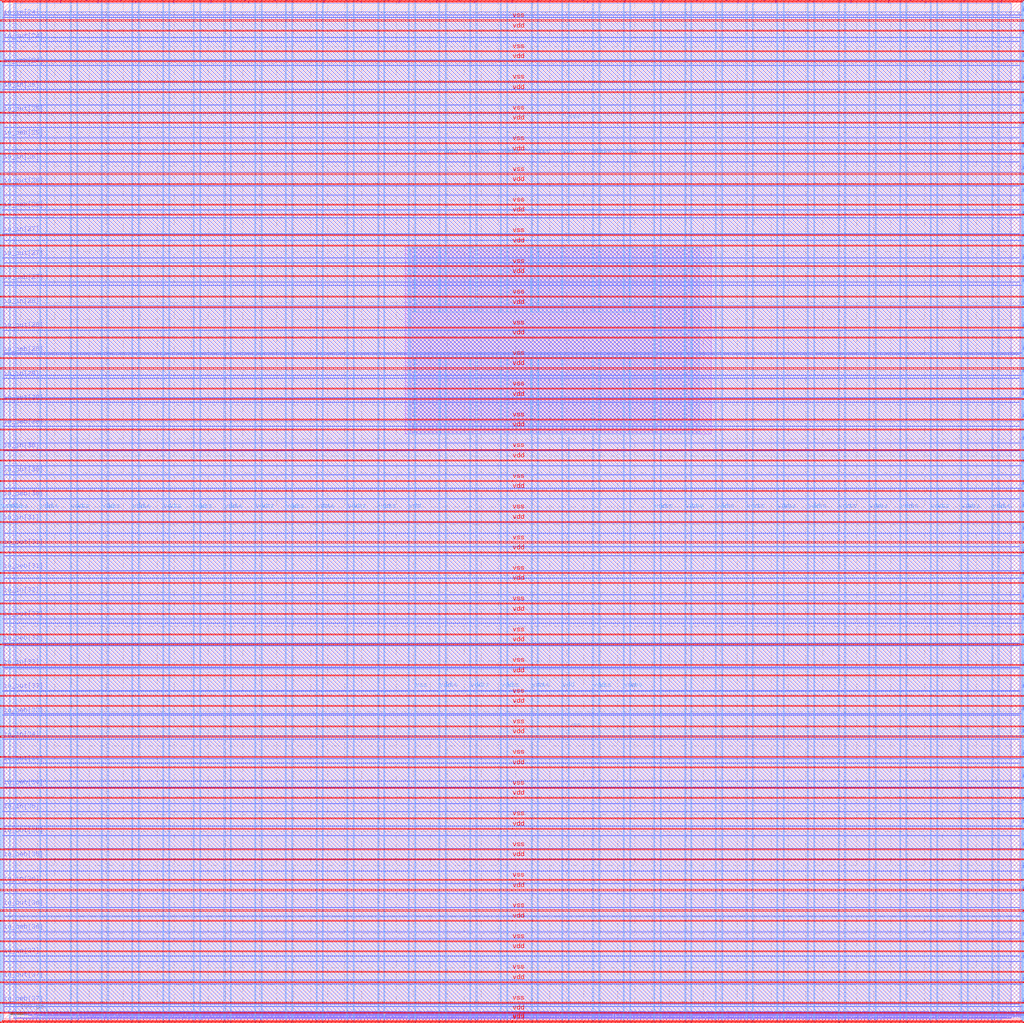
<source format=lef>
VERSION 5.7 ;
  NOWIREEXTENSIONATPIN ON ;
  DIVIDERCHAR "/" ;
  BUSBITCHARS "[]" ;
MACRO ffra_wrapper
  CLASS BLOCK ;
  FOREIGN ffra_wrapper ;
  ORIGIN 0.000 0.000 ;
  SIZE 2980.200 BY 2980.200 ;
  PIN io_in[0]
    DIRECTION INPUT ;
    USE SIGNAL ;
    PORT
      LAYER Metal3 ;
        RECT 2977.800 35.560 2985.000 36.680 ;
    END
  END io_in[0]
  PIN io_in[10]
    DIRECTION INPUT ;
    USE SIGNAL ;
    PORT
      LAYER Metal3 ;
        RECT 2977.800 2017.960 2985.000 2019.080 ;
    END
  END io_in[10]
  PIN io_in[11]
    DIRECTION INPUT ;
    USE SIGNAL ;
    PORT
      LAYER Metal3 ;
        RECT 2977.800 2216.200 2985.000 2217.320 ;
    END
  END io_in[11]
  PIN io_in[12]
    DIRECTION INPUT ;
    USE SIGNAL ;
    PORT
      LAYER Metal3 ;
        RECT 2977.800 2414.440 2985.000 2415.560 ;
    END
  END io_in[12]
  PIN io_in[13]
    DIRECTION INPUT ;
    USE SIGNAL ;
    PORT
      LAYER Metal3 ;
        RECT 2977.800 2612.680 2985.000 2613.800 ;
    END
  END io_in[13]
  PIN io_in[14]
    DIRECTION INPUT ;
    USE SIGNAL ;
    PORT
      LAYER Metal3 ;
        RECT 2977.800 2810.920 2985.000 2812.040 ;
    END
  END io_in[14]
  PIN io_in[15]
    DIRECTION INPUT ;
    USE SIGNAL ;
    PORT
      LAYER Metal2 ;
        RECT 2923.480 2977.800 2924.600 2985.000 ;
    END
  END io_in[15]
  PIN io_in[16]
    DIRECTION INPUT ;
    USE SIGNAL ;
    PORT
      LAYER Metal2 ;
        RECT 2592.520 2977.800 2593.640 2985.000 ;
    END
  END io_in[16]
  PIN io_in[17]
    DIRECTION INPUT ;
    USE SIGNAL ;
    PORT
      LAYER Metal2 ;
        RECT 2261.560 2977.800 2262.680 2985.000 ;
    END
  END io_in[17]
  PIN io_in[18]
    DIRECTION INPUT ;
    USE SIGNAL ;
    PORT
      LAYER Metal2 ;
        RECT 1930.600 2977.800 1931.720 2985.000 ;
    END
  END io_in[18]
  PIN io_in[19]
    DIRECTION INPUT ;
    USE SIGNAL ;
    PORT
      LAYER Metal2 ;
        RECT 1599.640 2977.800 1600.760 2985.000 ;
    END
  END io_in[19]
  PIN io_in[1]
    DIRECTION INPUT ;
    USE SIGNAL ;
    PORT
      LAYER Metal3 ;
        RECT 2977.800 233.800 2985.000 234.920 ;
    END
  END io_in[1]
  PIN io_in[20]
    DIRECTION INPUT ;
    USE SIGNAL ;
    PORT
      LAYER Metal2 ;
        RECT 1268.680 2977.800 1269.800 2985.000 ;
    END
  END io_in[20]
  PIN io_in[21]
    DIRECTION INPUT ;
    USE SIGNAL ;
    PORT
      LAYER Metal2 ;
        RECT 937.720 2977.800 938.840 2985.000 ;
    END
  END io_in[21]
  PIN io_in[22]
    DIRECTION INPUT ;
    USE SIGNAL ;
    PORT
      LAYER Metal2 ;
        RECT 606.760 2977.800 607.880 2985.000 ;
    END
  END io_in[22]
  PIN io_in[23]
    DIRECTION INPUT ;
    USE SIGNAL ;
    PORT
      LAYER Metal2 ;
        RECT 275.800 2977.800 276.920 2985.000 ;
    END
  END io_in[23]
  PIN io_in[24]
    DIRECTION INPUT ;
    USE SIGNAL ;
    PORT
      LAYER Metal3 ;
        RECT -4.800 2935.800 2.400 2936.920 ;
    END
  END io_in[24]
  PIN io_in[25]
    DIRECTION INPUT ;
    USE SIGNAL ;
    PORT
      LAYER Metal3 ;
        RECT -4.800 2724.120 2.400 2725.240 ;
    END
  END io_in[25]
  PIN io_in[26]
    DIRECTION INPUT ;
    USE SIGNAL ;
    PORT
      LAYER Metal3 ;
        RECT -4.800 2512.440 2.400 2513.560 ;
    END
  END io_in[26]
  PIN io_in[27]
    DIRECTION INPUT ;
    USE SIGNAL ;
    PORT
      LAYER Metal3 ;
        RECT -4.800 2300.760 2.400 2301.880 ;
    END
  END io_in[27]
  PIN io_in[28]
    DIRECTION INPUT ;
    USE SIGNAL ;
    PORT
      LAYER Metal3 ;
        RECT -4.800 2089.080 2.400 2090.200 ;
    END
  END io_in[28]
  PIN io_in[29]
    DIRECTION INPUT ;
    USE SIGNAL ;
    PORT
      LAYER Metal3 ;
        RECT -4.800 1877.400 2.400 1878.520 ;
    END
  END io_in[29]
  PIN io_in[2]
    DIRECTION INPUT ;
    USE SIGNAL ;
    PORT
      LAYER Metal3 ;
        RECT 2977.800 432.040 2985.000 433.160 ;
    END
  END io_in[2]
  PIN io_in[30]
    DIRECTION INPUT ;
    USE SIGNAL ;
    PORT
      LAYER Metal3 ;
        RECT -4.800 1665.720 2.400 1666.840 ;
    END
  END io_in[30]
  PIN io_in[31]
    DIRECTION INPUT ;
    USE SIGNAL ;
    PORT
      LAYER Metal3 ;
        RECT -4.800 1454.040 2.400 1455.160 ;
    END
  END io_in[31]
  PIN io_in[32]
    DIRECTION INPUT ;
    USE SIGNAL ;
    PORT
      LAYER Metal3 ;
        RECT -4.800 1242.360 2.400 1243.480 ;
    END
  END io_in[32]
  PIN io_in[33]
    DIRECTION INPUT ;
    USE SIGNAL ;
    PORT
      LAYER Metal3 ;
        RECT -4.800 1030.680 2.400 1031.800 ;
    END
  END io_in[33]
  PIN io_in[34]
    DIRECTION INPUT ;
    USE SIGNAL ;
    PORT
      LAYER Metal3 ;
        RECT -4.800 819.000 2.400 820.120 ;
    END
  END io_in[34]
  PIN io_in[35]
    DIRECTION INPUT ;
    USE SIGNAL ;
    PORT
      LAYER Metal3 ;
        RECT -4.800 607.320 2.400 608.440 ;
    END
  END io_in[35]
  PIN io_in[36]
    DIRECTION INPUT ;
    USE SIGNAL ;
    PORT
      LAYER Metal3 ;
        RECT -4.800 395.640 2.400 396.760 ;
    END
  END io_in[36]
  PIN io_in[37]
    DIRECTION INPUT ;
    USE SIGNAL ;
    PORT
      LAYER Metal3 ;
        RECT -4.800 183.960 2.400 185.080 ;
    END
  END io_in[37]
  PIN io_in[3]
    DIRECTION INPUT ;
    USE SIGNAL ;
    PORT
      LAYER Metal3 ;
        RECT 2977.800 630.280 2985.000 631.400 ;
    END
  END io_in[3]
  PIN io_in[4]
    DIRECTION INPUT ;
    USE SIGNAL ;
    PORT
      LAYER Metal3 ;
        RECT 2977.800 828.520 2985.000 829.640 ;
    END
  END io_in[4]
  PIN io_in[5]
    DIRECTION INPUT ;
    USE SIGNAL ;
    PORT
      LAYER Metal3 ;
        RECT 2977.800 1026.760 2985.000 1027.880 ;
    END
  END io_in[5]
  PIN io_in[6]
    DIRECTION INPUT ;
    USE SIGNAL ;
    PORT
      LAYER Metal3 ;
        RECT 2977.800 1225.000 2985.000 1226.120 ;
    END
  END io_in[6]
  PIN io_in[7]
    DIRECTION INPUT ;
    USE SIGNAL ;
    PORT
      LAYER Metal3 ;
        RECT 2977.800 1423.240 2985.000 1424.360 ;
    END
  END io_in[7]
  PIN io_in[8]
    DIRECTION INPUT ;
    USE SIGNAL ;
    PORT
      LAYER Metal3 ;
        RECT 2977.800 1621.480 2985.000 1622.600 ;
    END
  END io_in[8]
  PIN io_in[9]
    DIRECTION INPUT ;
    USE SIGNAL ;
    PORT
      LAYER Metal3 ;
        RECT 2977.800 1819.720 2985.000 1820.840 ;
    END
  END io_in[9]
  PIN io_oeb[0]
    DIRECTION OUTPUT TRISTATE ;
    USE SIGNAL ;
    PORT
      LAYER Metal3 ;
        RECT 2977.800 167.720 2985.000 168.840 ;
    END
  END io_oeb[0]
  PIN io_oeb[10]
    DIRECTION OUTPUT TRISTATE ;
    USE SIGNAL ;
    PORT
      LAYER Metal3 ;
        RECT 2977.800 2150.120 2985.000 2151.240 ;
    END
  END io_oeb[10]
  PIN io_oeb[11]
    DIRECTION OUTPUT TRISTATE ;
    USE SIGNAL ;
    PORT
      LAYER Metal3 ;
        RECT 2977.800 2348.360 2985.000 2349.480 ;
    END
  END io_oeb[11]
  PIN io_oeb[12]
    DIRECTION OUTPUT TRISTATE ;
    USE SIGNAL ;
    PORT
      LAYER Metal3 ;
        RECT 2977.800 2546.600 2985.000 2547.720 ;
    END
  END io_oeb[12]
  PIN io_oeb[13]
    DIRECTION OUTPUT TRISTATE ;
    USE SIGNAL ;
    PORT
      LAYER Metal3 ;
        RECT 2977.800 2744.840 2985.000 2745.960 ;
    END
  END io_oeb[13]
  PIN io_oeb[14]
    DIRECTION OUTPUT TRISTATE ;
    USE SIGNAL ;
    PORT
      LAYER Metal3 ;
        RECT 2977.800 2943.080 2985.000 2944.200 ;
    END
  END io_oeb[14]
  PIN io_oeb[15]
    DIRECTION OUTPUT TRISTATE ;
    USE SIGNAL ;
    PORT
      LAYER Metal2 ;
        RECT 2702.840 2977.800 2703.960 2985.000 ;
    END
  END io_oeb[15]
  PIN io_oeb[16]
    DIRECTION OUTPUT TRISTATE ;
    USE SIGNAL ;
    PORT
      LAYER Metal2 ;
        RECT 2371.880 2977.800 2373.000 2985.000 ;
    END
  END io_oeb[16]
  PIN io_oeb[17]
    DIRECTION OUTPUT TRISTATE ;
    USE SIGNAL ;
    PORT
      LAYER Metal2 ;
        RECT 2040.920 2977.800 2042.040 2985.000 ;
    END
  END io_oeb[17]
  PIN io_oeb[18]
    DIRECTION OUTPUT TRISTATE ;
    USE SIGNAL ;
    PORT
      LAYER Metal2 ;
        RECT 1709.960 2977.800 1711.080 2985.000 ;
    END
  END io_oeb[18]
  PIN io_oeb[19]
    DIRECTION OUTPUT TRISTATE ;
    USE SIGNAL ;
    PORT
      LAYER Metal2 ;
        RECT 1379.000 2977.800 1380.120 2985.000 ;
    END
  END io_oeb[19]
  PIN io_oeb[1]
    DIRECTION OUTPUT TRISTATE ;
    USE SIGNAL ;
    PORT
      LAYER Metal3 ;
        RECT 2977.800 365.960 2985.000 367.080 ;
    END
  END io_oeb[1]
  PIN io_oeb[20]
    DIRECTION OUTPUT TRISTATE ;
    USE SIGNAL ;
    PORT
      LAYER Metal2 ;
        RECT 1048.040 2977.800 1049.160 2985.000 ;
    END
  END io_oeb[20]
  PIN io_oeb[21]
    DIRECTION OUTPUT TRISTATE ;
    USE SIGNAL ;
    PORT
      LAYER Metal2 ;
        RECT 717.080 2977.800 718.200 2985.000 ;
    END
  END io_oeb[21]
  PIN io_oeb[22]
    DIRECTION OUTPUT TRISTATE ;
    USE SIGNAL ;
    PORT
      LAYER Metal2 ;
        RECT 386.120 2977.800 387.240 2985.000 ;
    END
  END io_oeb[22]
  PIN io_oeb[23]
    DIRECTION OUTPUT TRISTATE ;
    USE SIGNAL ;
    PORT
      LAYER Metal2 ;
        RECT 55.160 2977.800 56.280 2985.000 ;
    END
  END io_oeb[23]
  PIN io_oeb[24]
    DIRECTION OUTPUT TRISTATE ;
    USE SIGNAL ;
    PORT
      LAYER Metal3 ;
        RECT -4.800 2794.680 2.400 2795.800 ;
    END
  END io_oeb[24]
  PIN io_oeb[25]
    DIRECTION OUTPUT TRISTATE ;
    USE SIGNAL ;
    PORT
      LAYER Metal3 ;
        RECT -4.800 2583.000 2.400 2584.120 ;
    END
  END io_oeb[25]
  PIN io_oeb[26]
    DIRECTION OUTPUT TRISTATE ;
    USE SIGNAL ;
    PORT
      LAYER Metal3 ;
        RECT -4.800 2371.320 2.400 2372.440 ;
    END
  END io_oeb[26]
  PIN io_oeb[27]
    DIRECTION OUTPUT TRISTATE ;
    USE SIGNAL ;
    PORT
      LAYER Metal3 ;
        RECT -4.800 2159.640 2.400 2160.760 ;
    END
  END io_oeb[27]
  PIN io_oeb[28]
    DIRECTION OUTPUT TRISTATE ;
    USE SIGNAL ;
    PORT
      LAYER Metal3 ;
        RECT -4.800 1947.960 2.400 1949.080 ;
    END
  END io_oeb[28]
  PIN io_oeb[29]
    DIRECTION OUTPUT TRISTATE ;
    USE SIGNAL ;
    PORT
      LAYER Metal3 ;
        RECT -4.800 1736.280 2.400 1737.400 ;
    END
  END io_oeb[29]
  PIN io_oeb[2]
    DIRECTION OUTPUT TRISTATE ;
    USE SIGNAL ;
    PORT
      LAYER Metal3 ;
        RECT 2977.800 564.200 2985.000 565.320 ;
    END
  END io_oeb[2]
  PIN io_oeb[30]
    DIRECTION OUTPUT TRISTATE ;
    USE SIGNAL ;
    PORT
      LAYER Metal3 ;
        RECT -4.800 1524.600 2.400 1525.720 ;
    END
  END io_oeb[30]
  PIN io_oeb[31]
    DIRECTION OUTPUT TRISTATE ;
    USE SIGNAL ;
    PORT
      LAYER Metal3 ;
        RECT -4.800 1312.920 2.400 1314.040 ;
    END
  END io_oeb[31]
  PIN io_oeb[32]
    DIRECTION OUTPUT TRISTATE ;
    USE SIGNAL ;
    PORT
      LAYER Metal3 ;
        RECT -4.800 1101.240 2.400 1102.360 ;
    END
  END io_oeb[32]
  PIN io_oeb[33]
    DIRECTION OUTPUT TRISTATE ;
    USE SIGNAL ;
    PORT
      LAYER Metal3 ;
        RECT -4.800 889.560 2.400 890.680 ;
    END
  END io_oeb[33]
  PIN io_oeb[34]
    DIRECTION OUTPUT TRISTATE ;
    USE SIGNAL ;
    PORT
      LAYER Metal3 ;
        RECT -4.800 677.880 2.400 679.000 ;
    END
  END io_oeb[34]
  PIN io_oeb[35]
    DIRECTION OUTPUT TRISTATE ;
    USE SIGNAL ;
    PORT
      LAYER Metal3 ;
        RECT -4.800 466.200 2.400 467.320 ;
    END
  END io_oeb[35]
  PIN io_oeb[36]
    DIRECTION OUTPUT TRISTATE ;
    USE SIGNAL ;
    PORT
      LAYER Metal3 ;
        RECT -4.800 254.520 2.400 255.640 ;
    END
  END io_oeb[36]
  PIN io_oeb[37]
    DIRECTION OUTPUT TRISTATE ;
    USE SIGNAL ;
    PORT
      LAYER Metal3 ;
        RECT -4.800 42.840 2.400 43.960 ;
    END
  END io_oeb[37]
  PIN io_oeb[3]
    DIRECTION OUTPUT TRISTATE ;
    USE SIGNAL ;
    PORT
      LAYER Metal3 ;
        RECT 2977.800 762.440 2985.000 763.560 ;
    END
  END io_oeb[3]
  PIN io_oeb[4]
    DIRECTION OUTPUT TRISTATE ;
    USE SIGNAL ;
    PORT
      LAYER Metal3 ;
        RECT 2977.800 960.680 2985.000 961.800 ;
    END
  END io_oeb[4]
  PIN io_oeb[5]
    DIRECTION OUTPUT TRISTATE ;
    USE SIGNAL ;
    PORT
      LAYER Metal3 ;
        RECT 2977.800 1158.920 2985.000 1160.040 ;
    END
  END io_oeb[5]
  PIN io_oeb[6]
    DIRECTION OUTPUT TRISTATE ;
    USE SIGNAL ;
    PORT
      LAYER Metal3 ;
        RECT 2977.800 1357.160 2985.000 1358.280 ;
    END
  END io_oeb[6]
  PIN io_oeb[7]
    DIRECTION OUTPUT TRISTATE ;
    USE SIGNAL ;
    PORT
      LAYER Metal3 ;
        RECT 2977.800 1555.400 2985.000 1556.520 ;
    END
  END io_oeb[7]
  PIN io_oeb[8]
    DIRECTION OUTPUT TRISTATE ;
    USE SIGNAL ;
    PORT
      LAYER Metal3 ;
        RECT 2977.800 1753.640 2985.000 1754.760 ;
    END
  END io_oeb[8]
  PIN io_oeb[9]
    DIRECTION OUTPUT TRISTATE ;
    USE SIGNAL ;
    PORT
      LAYER Metal3 ;
        RECT 2977.800 1951.880 2985.000 1953.000 ;
    END
  END io_oeb[9]
  PIN io_out[0]
    DIRECTION OUTPUT TRISTATE ;
    USE SIGNAL ;
    PORT
      LAYER Metal3 ;
        RECT 2977.800 101.640 2985.000 102.760 ;
    END
  END io_out[0]
  PIN io_out[10]
    DIRECTION OUTPUT TRISTATE ;
    USE SIGNAL ;
    PORT
      LAYER Metal3 ;
        RECT 2977.800 2084.040 2985.000 2085.160 ;
    END
  END io_out[10]
  PIN io_out[11]
    DIRECTION OUTPUT TRISTATE ;
    USE SIGNAL ;
    PORT
      LAYER Metal3 ;
        RECT 2977.800 2282.280 2985.000 2283.400 ;
    END
  END io_out[11]
  PIN io_out[12]
    DIRECTION OUTPUT TRISTATE ;
    USE SIGNAL ;
    PORT
      LAYER Metal3 ;
        RECT 2977.800 2480.520 2985.000 2481.640 ;
    END
  END io_out[12]
  PIN io_out[13]
    DIRECTION OUTPUT TRISTATE ;
    USE SIGNAL ;
    PORT
      LAYER Metal3 ;
        RECT 2977.800 2678.760 2985.000 2679.880 ;
    END
  END io_out[13]
  PIN io_out[14]
    DIRECTION OUTPUT TRISTATE ;
    USE SIGNAL ;
    PORT
      LAYER Metal3 ;
        RECT 2977.800 2877.000 2985.000 2878.120 ;
    END
  END io_out[14]
  PIN io_out[15]
    DIRECTION OUTPUT TRISTATE ;
    USE SIGNAL ;
    PORT
      LAYER Metal2 ;
        RECT 2813.160 2977.800 2814.280 2985.000 ;
    END
  END io_out[15]
  PIN io_out[16]
    DIRECTION OUTPUT TRISTATE ;
    USE SIGNAL ;
    PORT
      LAYER Metal2 ;
        RECT 2482.200 2977.800 2483.320 2985.000 ;
    END
  END io_out[16]
  PIN io_out[17]
    DIRECTION OUTPUT TRISTATE ;
    USE SIGNAL ;
    PORT
      LAYER Metal2 ;
        RECT 2151.240 2977.800 2152.360 2985.000 ;
    END
  END io_out[17]
  PIN io_out[18]
    DIRECTION OUTPUT TRISTATE ;
    USE SIGNAL ;
    PORT
      LAYER Metal2 ;
        RECT 1820.280 2977.800 1821.400 2985.000 ;
    END
  END io_out[18]
  PIN io_out[19]
    DIRECTION OUTPUT TRISTATE ;
    USE SIGNAL ;
    PORT
      LAYER Metal2 ;
        RECT 1489.320 2977.800 1490.440 2985.000 ;
    END
  END io_out[19]
  PIN io_out[1]
    DIRECTION OUTPUT TRISTATE ;
    USE SIGNAL ;
    PORT
      LAYER Metal3 ;
        RECT 2977.800 299.880 2985.000 301.000 ;
    END
  END io_out[1]
  PIN io_out[20]
    DIRECTION OUTPUT TRISTATE ;
    USE SIGNAL ;
    PORT
      LAYER Metal2 ;
        RECT 1158.360 2977.800 1159.480 2985.000 ;
    END
  END io_out[20]
  PIN io_out[21]
    DIRECTION OUTPUT TRISTATE ;
    USE SIGNAL ;
    PORT
      LAYER Metal2 ;
        RECT 827.400 2977.800 828.520 2985.000 ;
    END
  END io_out[21]
  PIN io_out[22]
    DIRECTION OUTPUT TRISTATE ;
    USE SIGNAL ;
    PORT
      LAYER Metal2 ;
        RECT 496.440 2977.800 497.560 2985.000 ;
    END
  END io_out[22]
  PIN io_out[23]
    DIRECTION OUTPUT TRISTATE ;
    USE SIGNAL ;
    PORT
      LAYER Metal2 ;
        RECT 165.480 2977.800 166.600 2985.000 ;
    END
  END io_out[23]
  PIN io_out[24]
    DIRECTION OUTPUT TRISTATE ;
    USE SIGNAL ;
    PORT
      LAYER Metal3 ;
        RECT -4.800 2865.240 2.400 2866.360 ;
    END
  END io_out[24]
  PIN io_out[25]
    DIRECTION OUTPUT TRISTATE ;
    USE SIGNAL ;
    PORT
      LAYER Metal3 ;
        RECT -4.800 2653.560 2.400 2654.680 ;
    END
  END io_out[25]
  PIN io_out[26]
    DIRECTION OUTPUT TRISTATE ;
    USE SIGNAL ;
    PORT
      LAYER Metal3 ;
        RECT -4.800 2441.880 2.400 2443.000 ;
    END
  END io_out[26]
  PIN io_out[27]
    DIRECTION OUTPUT TRISTATE ;
    USE SIGNAL ;
    PORT
      LAYER Metal3 ;
        RECT -4.800 2230.200 2.400 2231.320 ;
    END
  END io_out[27]
  PIN io_out[28]
    DIRECTION OUTPUT TRISTATE ;
    USE SIGNAL ;
    PORT
      LAYER Metal3 ;
        RECT -4.800 2018.520 2.400 2019.640 ;
    END
  END io_out[28]
  PIN io_out[29]
    DIRECTION OUTPUT TRISTATE ;
    USE SIGNAL ;
    PORT
      LAYER Metal3 ;
        RECT -4.800 1806.840 2.400 1807.960 ;
    END
  END io_out[29]
  PIN io_out[2]
    DIRECTION OUTPUT TRISTATE ;
    USE SIGNAL ;
    PORT
      LAYER Metal3 ;
        RECT 2977.800 498.120 2985.000 499.240 ;
    END
  END io_out[2]
  PIN io_out[30]
    DIRECTION OUTPUT TRISTATE ;
    USE SIGNAL ;
    PORT
      LAYER Metal3 ;
        RECT -4.800 1595.160 2.400 1596.280 ;
    END
  END io_out[30]
  PIN io_out[31]
    DIRECTION OUTPUT TRISTATE ;
    USE SIGNAL ;
    PORT
      LAYER Metal3 ;
        RECT -4.800 1383.480 2.400 1384.600 ;
    END
  END io_out[31]
  PIN io_out[32]
    DIRECTION OUTPUT TRISTATE ;
    USE SIGNAL ;
    PORT
      LAYER Metal3 ;
        RECT -4.800 1171.800 2.400 1172.920 ;
    END
  END io_out[32]
  PIN io_out[33]
    DIRECTION OUTPUT TRISTATE ;
    USE SIGNAL ;
    PORT
      LAYER Metal3 ;
        RECT -4.800 960.120 2.400 961.240 ;
    END
  END io_out[33]
  PIN io_out[34]
    DIRECTION OUTPUT TRISTATE ;
    USE SIGNAL ;
    PORT
      LAYER Metal3 ;
        RECT -4.800 748.440 2.400 749.560 ;
    END
  END io_out[34]
  PIN io_out[35]
    DIRECTION OUTPUT TRISTATE ;
    USE SIGNAL ;
    PORT
      LAYER Metal3 ;
        RECT -4.800 536.760 2.400 537.880 ;
    END
  END io_out[35]
  PIN io_out[36]
    DIRECTION OUTPUT TRISTATE ;
    USE SIGNAL ;
    PORT
      LAYER Metal3 ;
        RECT -4.800 325.080 2.400 326.200 ;
    END
  END io_out[36]
  PIN io_out[37]
    DIRECTION OUTPUT TRISTATE ;
    USE SIGNAL ;
    PORT
      LAYER Metal3 ;
        RECT -4.800 113.400 2.400 114.520 ;
    END
  END io_out[37]
  PIN io_out[3]
    DIRECTION OUTPUT TRISTATE ;
    USE SIGNAL ;
    PORT
      LAYER Metal3 ;
        RECT 2977.800 696.360 2985.000 697.480 ;
    END
  END io_out[3]
  PIN io_out[4]
    DIRECTION OUTPUT TRISTATE ;
    USE SIGNAL ;
    PORT
      LAYER Metal3 ;
        RECT 2977.800 894.600 2985.000 895.720 ;
    END
  END io_out[4]
  PIN io_out[5]
    DIRECTION OUTPUT TRISTATE ;
    USE SIGNAL ;
    PORT
      LAYER Metal3 ;
        RECT 2977.800 1092.840 2985.000 1093.960 ;
    END
  END io_out[5]
  PIN io_out[6]
    DIRECTION OUTPUT TRISTATE ;
    USE SIGNAL ;
    PORT
      LAYER Metal3 ;
        RECT 2977.800 1291.080 2985.000 1292.200 ;
    END
  END io_out[6]
  PIN io_out[7]
    DIRECTION OUTPUT TRISTATE ;
    USE SIGNAL ;
    PORT
      LAYER Metal3 ;
        RECT 2977.800 1489.320 2985.000 1490.440 ;
    END
  END io_out[7]
  PIN io_out[8]
    DIRECTION OUTPUT TRISTATE ;
    USE SIGNAL ;
    PORT
      LAYER Metal3 ;
        RECT 2977.800 1687.560 2985.000 1688.680 ;
    END
  END io_out[8]
  PIN io_out[9]
    DIRECTION OUTPUT TRISTATE ;
    USE SIGNAL ;
    PORT
      LAYER Metal3 ;
        RECT 2977.800 1885.800 2985.000 1886.920 ;
    END
  END io_out[9]
  PIN la_data_in[0]
    DIRECTION INPUT ;
    USE SIGNAL ;
    PORT
      LAYER Metal2 ;
        RECT 1065.960 -4.800 1067.080 2.400 ;
    END
  END la_data_in[0]
  PIN la_data_in[10]
    DIRECTION INPUT ;
    USE SIGNAL ;
    PORT
      LAYER Metal2 ;
        RECT 1351.560 -4.800 1352.680 2.400 ;
    END
  END la_data_in[10]
  PIN la_data_in[11]
    DIRECTION INPUT ;
    USE SIGNAL ;
    PORT
      LAYER Metal2 ;
        RECT 1380.120 -4.800 1381.240 2.400 ;
    END
  END la_data_in[11]
  PIN la_data_in[12]
    DIRECTION INPUT ;
    USE SIGNAL ;
    PORT
      LAYER Metal2 ;
        RECT 1408.680 -4.800 1409.800 2.400 ;
    END
  END la_data_in[12]
  PIN la_data_in[13]
    DIRECTION INPUT ;
    USE SIGNAL ;
    PORT
      LAYER Metal2 ;
        RECT 1437.240 -4.800 1438.360 2.400 ;
    END
  END la_data_in[13]
  PIN la_data_in[14]
    DIRECTION INPUT ;
    USE SIGNAL ;
    PORT
      LAYER Metal2 ;
        RECT 1465.800 -4.800 1466.920 2.400 ;
    END
  END la_data_in[14]
  PIN la_data_in[15]
    DIRECTION INPUT ;
    USE SIGNAL ;
    PORT
      LAYER Metal2 ;
        RECT 1494.360 -4.800 1495.480 2.400 ;
    END
  END la_data_in[15]
  PIN la_data_in[16]
    DIRECTION INPUT ;
    USE SIGNAL ;
    PORT
      LAYER Metal2 ;
        RECT 1522.920 -4.800 1524.040 2.400 ;
    END
  END la_data_in[16]
  PIN la_data_in[17]
    DIRECTION INPUT ;
    USE SIGNAL ;
    PORT
      LAYER Metal2 ;
        RECT 1551.480 -4.800 1552.600 2.400 ;
    END
  END la_data_in[17]
  PIN la_data_in[18]
    DIRECTION INPUT ;
    USE SIGNAL ;
    PORT
      LAYER Metal2 ;
        RECT 1580.040 -4.800 1581.160 2.400 ;
    END
  END la_data_in[18]
  PIN la_data_in[19]
    DIRECTION INPUT ;
    USE SIGNAL ;
    PORT
      LAYER Metal2 ;
        RECT 1608.600 -4.800 1609.720 2.400 ;
    END
  END la_data_in[19]
  PIN la_data_in[1]
    DIRECTION INPUT ;
    USE SIGNAL ;
    PORT
      LAYER Metal2 ;
        RECT 1094.520 -4.800 1095.640 2.400 ;
    END
  END la_data_in[1]
  PIN la_data_in[20]
    DIRECTION INPUT ;
    USE SIGNAL ;
    PORT
      LAYER Metal2 ;
        RECT 1637.160 -4.800 1638.280 2.400 ;
    END
  END la_data_in[20]
  PIN la_data_in[21]
    DIRECTION INPUT ;
    USE SIGNAL ;
    PORT
      LAYER Metal2 ;
        RECT 1665.720 -4.800 1666.840 2.400 ;
    END
  END la_data_in[21]
  PIN la_data_in[22]
    DIRECTION INPUT ;
    USE SIGNAL ;
    PORT
      LAYER Metal2 ;
        RECT 1694.280 -4.800 1695.400 2.400 ;
    END
  END la_data_in[22]
  PIN la_data_in[23]
    DIRECTION INPUT ;
    USE SIGNAL ;
    PORT
      LAYER Metal2 ;
        RECT 1722.840 -4.800 1723.960 2.400 ;
    END
  END la_data_in[23]
  PIN la_data_in[24]
    DIRECTION INPUT ;
    USE SIGNAL ;
    PORT
      LAYER Metal2 ;
        RECT 1751.400 -4.800 1752.520 2.400 ;
    END
  END la_data_in[24]
  PIN la_data_in[25]
    DIRECTION INPUT ;
    USE SIGNAL ;
    PORT
      LAYER Metal2 ;
        RECT 1779.960 -4.800 1781.080 2.400 ;
    END
  END la_data_in[25]
  PIN la_data_in[26]
    DIRECTION INPUT ;
    USE SIGNAL ;
    PORT
      LAYER Metal2 ;
        RECT 1808.520 -4.800 1809.640 2.400 ;
    END
  END la_data_in[26]
  PIN la_data_in[27]
    DIRECTION INPUT ;
    USE SIGNAL ;
    PORT
      LAYER Metal2 ;
        RECT 1837.080 -4.800 1838.200 2.400 ;
    END
  END la_data_in[27]
  PIN la_data_in[28]
    DIRECTION INPUT ;
    USE SIGNAL ;
    PORT
      LAYER Metal2 ;
        RECT 1865.640 -4.800 1866.760 2.400 ;
    END
  END la_data_in[28]
  PIN la_data_in[29]
    DIRECTION INPUT ;
    USE SIGNAL ;
    PORT
      LAYER Metal2 ;
        RECT 1894.200 -4.800 1895.320 2.400 ;
    END
  END la_data_in[29]
  PIN la_data_in[2]
    DIRECTION INPUT ;
    USE SIGNAL ;
    PORT
      LAYER Metal2 ;
        RECT 1123.080 -4.800 1124.200 2.400 ;
    END
  END la_data_in[2]
  PIN la_data_in[30]
    DIRECTION INPUT ;
    USE SIGNAL ;
    PORT
      LAYER Metal2 ;
        RECT 1922.760 -4.800 1923.880 2.400 ;
    END
  END la_data_in[30]
  PIN la_data_in[31]
    DIRECTION INPUT ;
    USE SIGNAL ;
    PORT
      LAYER Metal2 ;
        RECT 1951.320 -4.800 1952.440 2.400 ;
    END
  END la_data_in[31]
  PIN la_data_in[32]
    DIRECTION INPUT ;
    USE SIGNAL ;
    PORT
      LAYER Metal2 ;
        RECT 1979.880 -4.800 1981.000 2.400 ;
    END
  END la_data_in[32]
  PIN la_data_in[33]
    DIRECTION INPUT ;
    USE SIGNAL ;
    PORT
      LAYER Metal2 ;
        RECT 2008.440 -4.800 2009.560 2.400 ;
    END
  END la_data_in[33]
  PIN la_data_in[34]
    DIRECTION INPUT ;
    USE SIGNAL ;
    PORT
      LAYER Metal2 ;
        RECT 2037.000 -4.800 2038.120 2.400 ;
    END
  END la_data_in[34]
  PIN la_data_in[35]
    DIRECTION INPUT ;
    USE SIGNAL ;
    PORT
      LAYER Metal2 ;
        RECT 2065.560 -4.800 2066.680 2.400 ;
    END
  END la_data_in[35]
  PIN la_data_in[36]
    DIRECTION INPUT ;
    USE SIGNAL ;
    PORT
      LAYER Metal2 ;
        RECT 2094.120 -4.800 2095.240 2.400 ;
    END
  END la_data_in[36]
  PIN la_data_in[37]
    DIRECTION INPUT ;
    USE SIGNAL ;
    PORT
      LAYER Metal2 ;
        RECT 2122.680 -4.800 2123.800 2.400 ;
    END
  END la_data_in[37]
  PIN la_data_in[38]
    DIRECTION INPUT ;
    USE SIGNAL ;
    PORT
      LAYER Metal2 ;
        RECT 2151.240 -4.800 2152.360 2.400 ;
    END
  END la_data_in[38]
  PIN la_data_in[39]
    DIRECTION INPUT ;
    USE SIGNAL ;
    PORT
      LAYER Metal2 ;
        RECT 2179.800 -4.800 2180.920 2.400 ;
    END
  END la_data_in[39]
  PIN la_data_in[3]
    DIRECTION INPUT ;
    USE SIGNAL ;
    PORT
      LAYER Metal2 ;
        RECT 1151.640 -4.800 1152.760 2.400 ;
    END
  END la_data_in[3]
  PIN la_data_in[40]
    DIRECTION INPUT ;
    USE SIGNAL ;
    PORT
      LAYER Metal2 ;
        RECT 2208.360 -4.800 2209.480 2.400 ;
    END
  END la_data_in[40]
  PIN la_data_in[41]
    DIRECTION INPUT ;
    USE SIGNAL ;
    PORT
      LAYER Metal2 ;
        RECT 2236.920 -4.800 2238.040 2.400 ;
    END
  END la_data_in[41]
  PIN la_data_in[42]
    DIRECTION INPUT ;
    USE SIGNAL ;
    PORT
      LAYER Metal2 ;
        RECT 2265.480 -4.800 2266.600 2.400 ;
    END
  END la_data_in[42]
  PIN la_data_in[43]
    DIRECTION INPUT ;
    USE SIGNAL ;
    PORT
      LAYER Metal2 ;
        RECT 2294.040 -4.800 2295.160 2.400 ;
    END
  END la_data_in[43]
  PIN la_data_in[44]
    DIRECTION INPUT ;
    USE SIGNAL ;
    PORT
      LAYER Metal2 ;
        RECT 2322.600 -4.800 2323.720 2.400 ;
    END
  END la_data_in[44]
  PIN la_data_in[45]
    DIRECTION INPUT ;
    USE SIGNAL ;
    PORT
      LAYER Metal2 ;
        RECT 2351.160 -4.800 2352.280 2.400 ;
    END
  END la_data_in[45]
  PIN la_data_in[46]
    DIRECTION INPUT ;
    USE SIGNAL ;
    PORT
      LAYER Metal2 ;
        RECT 2379.720 -4.800 2380.840 2.400 ;
    END
  END la_data_in[46]
  PIN la_data_in[47]
    DIRECTION INPUT ;
    USE SIGNAL ;
    PORT
      LAYER Metal2 ;
        RECT 2408.280 -4.800 2409.400 2.400 ;
    END
  END la_data_in[47]
  PIN la_data_in[48]
    DIRECTION INPUT ;
    USE SIGNAL ;
    PORT
      LAYER Metal2 ;
        RECT 2436.840 -4.800 2437.960 2.400 ;
    END
  END la_data_in[48]
  PIN la_data_in[49]
    DIRECTION INPUT ;
    USE SIGNAL ;
    PORT
      LAYER Metal2 ;
        RECT 2465.400 -4.800 2466.520 2.400 ;
    END
  END la_data_in[49]
  PIN la_data_in[4]
    DIRECTION INPUT ;
    USE SIGNAL ;
    PORT
      LAYER Metal2 ;
        RECT 1180.200 -4.800 1181.320 2.400 ;
    END
  END la_data_in[4]
  PIN la_data_in[50]
    DIRECTION INPUT ;
    USE SIGNAL ;
    PORT
      LAYER Metal2 ;
        RECT 2493.960 -4.800 2495.080 2.400 ;
    END
  END la_data_in[50]
  PIN la_data_in[51]
    DIRECTION INPUT ;
    USE SIGNAL ;
    PORT
      LAYER Metal2 ;
        RECT 2522.520 -4.800 2523.640 2.400 ;
    END
  END la_data_in[51]
  PIN la_data_in[52]
    DIRECTION INPUT ;
    USE SIGNAL ;
    PORT
      LAYER Metal2 ;
        RECT 2551.080 -4.800 2552.200 2.400 ;
    END
  END la_data_in[52]
  PIN la_data_in[53]
    DIRECTION INPUT ;
    USE SIGNAL ;
    PORT
      LAYER Metal2 ;
        RECT 2579.640 -4.800 2580.760 2.400 ;
    END
  END la_data_in[53]
  PIN la_data_in[54]
    DIRECTION INPUT ;
    USE SIGNAL ;
    PORT
      LAYER Metal2 ;
        RECT 2608.200 -4.800 2609.320 2.400 ;
    END
  END la_data_in[54]
  PIN la_data_in[55]
    DIRECTION INPUT ;
    USE SIGNAL ;
    PORT
      LAYER Metal2 ;
        RECT 2636.760 -4.800 2637.880 2.400 ;
    END
  END la_data_in[55]
  PIN la_data_in[56]
    DIRECTION INPUT ;
    USE SIGNAL ;
    PORT
      LAYER Metal2 ;
        RECT 2665.320 -4.800 2666.440 2.400 ;
    END
  END la_data_in[56]
  PIN la_data_in[57]
    DIRECTION INPUT ;
    USE SIGNAL ;
    PORT
      LAYER Metal2 ;
        RECT 2693.880 -4.800 2695.000 2.400 ;
    END
  END la_data_in[57]
  PIN la_data_in[58]
    DIRECTION INPUT ;
    USE SIGNAL ;
    PORT
      LAYER Metal2 ;
        RECT 2722.440 -4.800 2723.560 2.400 ;
    END
  END la_data_in[58]
  PIN la_data_in[59]
    DIRECTION INPUT ;
    USE SIGNAL ;
    PORT
      LAYER Metal2 ;
        RECT 2751.000 -4.800 2752.120 2.400 ;
    END
  END la_data_in[59]
  PIN la_data_in[5]
    DIRECTION INPUT ;
    USE SIGNAL ;
    PORT
      LAYER Metal2 ;
        RECT 1208.760 -4.800 1209.880 2.400 ;
    END
  END la_data_in[5]
  PIN la_data_in[60]
    DIRECTION INPUT ;
    USE SIGNAL ;
    PORT
      LAYER Metal2 ;
        RECT 2779.560 -4.800 2780.680 2.400 ;
    END
  END la_data_in[60]
  PIN la_data_in[61]
    DIRECTION INPUT ;
    USE SIGNAL ;
    PORT
      LAYER Metal2 ;
        RECT 2808.120 -4.800 2809.240 2.400 ;
    END
  END la_data_in[61]
  PIN la_data_in[62]
    DIRECTION INPUT ;
    USE SIGNAL ;
    PORT
      LAYER Metal2 ;
        RECT 2836.680 -4.800 2837.800 2.400 ;
    END
  END la_data_in[62]
  PIN la_data_in[63]
    DIRECTION INPUT ;
    USE SIGNAL ;
    PORT
      LAYER Metal2 ;
        RECT 2865.240 -4.800 2866.360 2.400 ;
    END
  END la_data_in[63]
  PIN la_data_in[6]
    DIRECTION INPUT ;
    USE SIGNAL ;
    PORT
      LAYER Metal2 ;
        RECT 1237.320 -4.800 1238.440 2.400 ;
    END
  END la_data_in[6]
  PIN la_data_in[7]
    DIRECTION INPUT ;
    USE SIGNAL ;
    PORT
      LAYER Metal2 ;
        RECT 1265.880 -4.800 1267.000 2.400 ;
    END
  END la_data_in[7]
  PIN la_data_in[8]
    DIRECTION INPUT ;
    USE SIGNAL ;
    PORT
      LAYER Metal2 ;
        RECT 1294.440 -4.800 1295.560 2.400 ;
    END
  END la_data_in[8]
  PIN la_data_in[9]
    DIRECTION INPUT ;
    USE SIGNAL ;
    PORT
      LAYER Metal2 ;
        RECT 1323.000 -4.800 1324.120 2.400 ;
    END
  END la_data_in[9]
  PIN la_data_out[0]
    DIRECTION OUTPUT TRISTATE ;
    USE SIGNAL ;
    PORT
      LAYER Metal2 ;
        RECT 1075.480 -4.800 1076.600 2.400 ;
    END
  END la_data_out[0]
  PIN la_data_out[10]
    DIRECTION OUTPUT TRISTATE ;
    USE SIGNAL ;
    PORT
      LAYER Metal2 ;
        RECT 1361.080 -4.800 1362.200 2.400 ;
    END
  END la_data_out[10]
  PIN la_data_out[11]
    DIRECTION OUTPUT TRISTATE ;
    USE SIGNAL ;
    PORT
      LAYER Metal2 ;
        RECT 1389.640 -4.800 1390.760 2.400 ;
    END
  END la_data_out[11]
  PIN la_data_out[12]
    DIRECTION OUTPUT TRISTATE ;
    USE SIGNAL ;
    PORT
      LAYER Metal2 ;
        RECT 1418.200 -4.800 1419.320 2.400 ;
    END
  END la_data_out[12]
  PIN la_data_out[13]
    DIRECTION OUTPUT TRISTATE ;
    USE SIGNAL ;
    PORT
      LAYER Metal2 ;
        RECT 1446.760 -4.800 1447.880 2.400 ;
    END
  END la_data_out[13]
  PIN la_data_out[14]
    DIRECTION OUTPUT TRISTATE ;
    USE SIGNAL ;
    PORT
      LAYER Metal2 ;
        RECT 1475.320 -4.800 1476.440 2.400 ;
    END
  END la_data_out[14]
  PIN la_data_out[15]
    DIRECTION OUTPUT TRISTATE ;
    USE SIGNAL ;
    PORT
      LAYER Metal2 ;
        RECT 1503.880 -4.800 1505.000 2.400 ;
    END
  END la_data_out[15]
  PIN la_data_out[16]
    DIRECTION OUTPUT TRISTATE ;
    USE SIGNAL ;
    PORT
      LAYER Metal2 ;
        RECT 1532.440 -4.800 1533.560 2.400 ;
    END
  END la_data_out[16]
  PIN la_data_out[17]
    DIRECTION OUTPUT TRISTATE ;
    USE SIGNAL ;
    PORT
      LAYER Metal2 ;
        RECT 1561.000 -4.800 1562.120 2.400 ;
    END
  END la_data_out[17]
  PIN la_data_out[18]
    DIRECTION OUTPUT TRISTATE ;
    USE SIGNAL ;
    PORT
      LAYER Metal2 ;
        RECT 1589.560 -4.800 1590.680 2.400 ;
    END
  END la_data_out[18]
  PIN la_data_out[19]
    DIRECTION OUTPUT TRISTATE ;
    USE SIGNAL ;
    PORT
      LAYER Metal2 ;
        RECT 1618.120 -4.800 1619.240 2.400 ;
    END
  END la_data_out[19]
  PIN la_data_out[1]
    DIRECTION OUTPUT TRISTATE ;
    USE SIGNAL ;
    PORT
      LAYER Metal2 ;
        RECT 1104.040 -4.800 1105.160 2.400 ;
    END
  END la_data_out[1]
  PIN la_data_out[20]
    DIRECTION OUTPUT TRISTATE ;
    USE SIGNAL ;
    PORT
      LAYER Metal2 ;
        RECT 1646.680 -4.800 1647.800 2.400 ;
    END
  END la_data_out[20]
  PIN la_data_out[21]
    DIRECTION OUTPUT TRISTATE ;
    USE SIGNAL ;
    PORT
      LAYER Metal2 ;
        RECT 1675.240 -4.800 1676.360 2.400 ;
    END
  END la_data_out[21]
  PIN la_data_out[22]
    DIRECTION OUTPUT TRISTATE ;
    USE SIGNAL ;
    PORT
      LAYER Metal2 ;
        RECT 1703.800 -4.800 1704.920 2.400 ;
    END
  END la_data_out[22]
  PIN la_data_out[23]
    DIRECTION OUTPUT TRISTATE ;
    USE SIGNAL ;
    PORT
      LAYER Metal2 ;
        RECT 1732.360 -4.800 1733.480 2.400 ;
    END
  END la_data_out[23]
  PIN la_data_out[24]
    DIRECTION OUTPUT TRISTATE ;
    USE SIGNAL ;
    PORT
      LAYER Metal2 ;
        RECT 1760.920 -4.800 1762.040 2.400 ;
    END
  END la_data_out[24]
  PIN la_data_out[25]
    DIRECTION OUTPUT TRISTATE ;
    USE SIGNAL ;
    PORT
      LAYER Metal2 ;
        RECT 1789.480 -4.800 1790.600 2.400 ;
    END
  END la_data_out[25]
  PIN la_data_out[26]
    DIRECTION OUTPUT TRISTATE ;
    USE SIGNAL ;
    PORT
      LAYER Metal2 ;
        RECT 1818.040 -4.800 1819.160 2.400 ;
    END
  END la_data_out[26]
  PIN la_data_out[27]
    DIRECTION OUTPUT TRISTATE ;
    USE SIGNAL ;
    PORT
      LAYER Metal2 ;
        RECT 1846.600 -4.800 1847.720 2.400 ;
    END
  END la_data_out[27]
  PIN la_data_out[28]
    DIRECTION OUTPUT TRISTATE ;
    USE SIGNAL ;
    PORT
      LAYER Metal2 ;
        RECT 1875.160 -4.800 1876.280 2.400 ;
    END
  END la_data_out[28]
  PIN la_data_out[29]
    DIRECTION OUTPUT TRISTATE ;
    USE SIGNAL ;
    PORT
      LAYER Metal2 ;
        RECT 1903.720 -4.800 1904.840 2.400 ;
    END
  END la_data_out[29]
  PIN la_data_out[2]
    DIRECTION OUTPUT TRISTATE ;
    USE SIGNAL ;
    PORT
      LAYER Metal2 ;
        RECT 1132.600 -4.800 1133.720 2.400 ;
    END
  END la_data_out[2]
  PIN la_data_out[30]
    DIRECTION OUTPUT TRISTATE ;
    USE SIGNAL ;
    PORT
      LAYER Metal2 ;
        RECT 1932.280 -4.800 1933.400 2.400 ;
    END
  END la_data_out[30]
  PIN la_data_out[31]
    DIRECTION OUTPUT TRISTATE ;
    USE SIGNAL ;
    PORT
      LAYER Metal2 ;
        RECT 1960.840 -4.800 1961.960 2.400 ;
    END
  END la_data_out[31]
  PIN la_data_out[32]
    DIRECTION OUTPUT TRISTATE ;
    USE SIGNAL ;
    PORT
      LAYER Metal2 ;
        RECT 1989.400 -4.800 1990.520 2.400 ;
    END
  END la_data_out[32]
  PIN la_data_out[33]
    DIRECTION OUTPUT TRISTATE ;
    USE SIGNAL ;
    PORT
      LAYER Metal2 ;
        RECT 2017.960 -4.800 2019.080 2.400 ;
    END
  END la_data_out[33]
  PIN la_data_out[34]
    DIRECTION OUTPUT TRISTATE ;
    USE SIGNAL ;
    PORT
      LAYER Metal2 ;
        RECT 2046.520 -4.800 2047.640 2.400 ;
    END
  END la_data_out[34]
  PIN la_data_out[35]
    DIRECTION OUTPUT TRISTATE ;
    USE SIGNAL ;
    PORT
      LAYER Metal2 ;
        RECT 2075.080 -4.800 2076.200 2.400 ;
    END
  END la_data_out[35]
  PIN la_data_out[36]
    DIRECTION OUTPUT TRISTATE ;
    USE SIGNAL ;
    PORT
      LAYER Metal2 ;
        RECT 2103.640 -4.800 2104.760 2.400 ;
    END
  END la_data_out[36]
  PIN la_data_out[37]
    DIRECTION OUTPUT TRISTATE ;
    USE SIGNAL ;
    PORT
      LAYER Metal2 ;
        RECT 2132.200 -4.800 2133.320 2.400 ;
    END
  END la_data_out[37]
  PIN la_data_out[38]
    DIRECTION OUTPUT TRISTATE ;
    USE SIGNAL ;
    PORT
      LAYER Metal2 ;
        RECT 2160.760 -4.800 2161.880 2.400 ;
    END
  END la_data_out[38]
  PIN la_data_out[39]
    DIRECTION OUTPUT TRISTATE ;
    USE SIGNAL ;
    PORT
      LAYER Metal2 ;
        RECT 2189.320 -4.800 2190.440 2.400 ;
    END
  END la_data_out[39]
  PIN la_data_out[3]
    DIRECTION OUTPUT TRISTATE ;
    USE SIGNAL ;
    PORT
      LAYER Metal2 ;
        RECT 1161.160 -4.800 1162.280 2.400 ;
    END
  END la_data_out[3]
  PIN la_data_out[40]
    DIRECTION OUTPUT TRISTATE ;
    USE SIGNAL ;
    PORT
      LAYER Metal2 ;
        RECT 2217.880 -4.800 2219.000 2.400 ;
    END
  END la_data_out[40]
  PIN la_data_out[41]
    DIRECTION OUTPUT TRISTATE ;
    USE SIGNAL ;
    PORT
      LAYER Metal2 ;
        RECT 2246.440 -4.800 2247.560 2.400 ;
    END
  END la_data_out[41]
  PIN la_data_out[42]
    DIRECTION OUTPUT TRISTATE ;
    USE SIGNAL ;
    PORT
      LAYER Metal2 ;
        RECT 2275.000 -4.800 2276.120 2.400 ;
    END
  END la_data_out[42]
  PIN la_data_out[43]
    DIRECTION OUTPUT TRISTATE ;
    USE SIGNAL ;
    PORT
      LAYER Metal2 ;
        RECT 2303.560 -4.800 2304.680 2.400 ;
    END
  END la_data_out[43]
  PIN la_data_out[44]
    DIRECTION OUTPUT TRISTATE ;
    USE SIGNAL ;
    PORT
      LAYER Metal2 ;
        RECT 2332.120 -4.800 2333.240 2.400 ;
    END
  END la_data_out[44]
  PIN la_data_out[45]
    DIRECTION OUTPUT TRISTATE ;
    USE SIGNAL ;
    PORT
      LAYER Metal2 ;
        RECT 2360.680 -4.800 2361.800 2.400 ;
    END
  END la_data_out[45]
  PIN la_data_out[46]
    DIRECTION OUTPUT TRISTATE ;
    USE SIGNAL ;
    PORT
      LAYER Metal2 ;
        RECT 2389.240 -4.800 2390.360 2.400 ;
    END
  END la_data_out[46]
  PIN la_data_out[47]
    DIRECTION OUTPUT TRISTATE ;
    USE SIGNAL ;
    PORT
      LAYER Metal2 ;
        RECT 2417.800 -4.800 2418.920 2.400 ;
    END
  END la_data_out[47]
  PIN la_data_out[48]
    DIRECTION OUTPUT TRISTATE ;
    USE SIGNAL ;
    PORT
      LAYER Metal2 ;
        RECT 2446.360 -4.800 2447.480 2.400 ;
    END
  END la_data_out[48]
  PIN la_data_out[49]
    DIRECTION OUTPUT TRISTATE ;
    USE SIGNAL ;
    PORT
      LAYER Metal2 ;
        RECT 2474.920 -4.800 2476.040 2.400 ;
    END
  END la_data_out[49]
  PIN la_data_out[4]
    DIRECTION OUTPUT TRISTATE ;
    USE SIGNAL ;
    PORT
      LAYER Metal2 ;
        RECT 1189.720 -4.800 1190.840 2.400 ;
    END
  END la_data_out[4]
  PIN la_data_out[50]
    DIRECTION OUTPUT TRISTATE ;
    USE SIGNAL ;
    PORT
      LAYER Metal2 ;
        RECT 2503.480 -4.800 2504.600 2.400 ;
    END
  END la_data_out[50]
  PIN la_data_out[51]
    DIRECTION OUTPUT TRISTATE ;
    USE SIGNAL ;
    PORT
      LAYER Metal2 ;
        RECT 2532.040 -4.800 2533.160 2.400 ;
    END
  END la_data_out[51]
  PIN la_data_out[52]
    DIRECTION OUTPUT TRISTATE ;
    USE SIGNAL ;
    PORT
      LAYER Metal2 ;
        RECT 2560.600 -4.800 2561.720 2.400 ;
    END
  END la_data_out[52]
  PIN la_data_out[53]
    DIRECTION OUTPUT TRISTATE ;
    USE SIGNAL ;
    PORT
      LAYER Metal2 ;
        RECT 2589.160 -4.800 2590.280 2.400 ;
    END
  END la_data_out[53]
  PIN la_data_out[54]
    DIRECTION OUTPUT TRISTATE ;
    USE SIGNAL ;
    PORT
      LAYER Metal2 ;
        RECT 2617.720 -4.800 2618.840 2.400 ;
    END
  END la_data_out[54]
  PIN la_data_out[55]
    DIRECTION OUTPUT TRISTATE ;
    USE SIGNAL ;
    PORT
      LAYER Metal2 ;
        RECT 2646.280 -4.800 2647.400 2.400 ;
    END
  END la_data_out[55]
  PIN la_data_out[56]
    DIRECTION OUTPUT TRISTATE ;
    USE SIGNAL ;
    PORT
      LAYER Metal2 ;
        RECT 2674.840 -4.800 2675.960 2.400 ;
    END
  END la_data_out[56]
  PIN la_data_out[57]
    DIRECTION OUTPUT TRISTATE ;
    USE SIGNAL ;
    PORT
      LAYER Metal2 ;
        RECT 2703.400 -4.800 2704.520 2.400 ;
    END
  END la_data_out[57]
  PIN la_data_out[58]
    DIRECTION OUTPUT TRISTATE ;
    USE SIGNAL ;
    PORT
      LAYER Metal2 ;
        RECT 2731.960 -4.800 2733.080 2.400 ;
    END
  END la_data_out[58]
  PIN la_data_out[59]
    DIRECTION OUTPUT TRISTATE ;
    USE SIGNAL ;
    PORT
      LAYER Metal2 ;
        RECT 2760.520 -4.800 2761.640 2.400 ;
    END
  END la_data_out[59]
  PIN la_data_out[5]
    DIRECTION OUTPUT TRISTATE ;
    USE SIGNAL ;
    PORT
      LAYER Metal2 ;
        RECT 1218.280 -4.800 1219.400 2.400 ;
    END
  END la_data_out[5]
  PIN la_data_out[60]
    DIRECTION OUTPUT TRISTATE ;
    USE SIGNAL ;
    PORT
      LAYER Metal2 ;
        RECT 2789.080 -4.800 2790.200 2.400 ;
    END
  END la_data_out[60]
  PIN la_data_out[61]
    DIRECTION OUTPUT TRISTATE ;
    USE SIGNAL ;
    PORT
      LAYER Metal2 ;
        RECT 2817.640 -4.800 2818.760 2.400 ;
    END
  END la_data_out[61]
  PIN la_data_out[62]
    DIRECTION OUTPUT TRISTATE ;
    USE SIGNAL ;
    PORT
      LAYER Metal2 ;
        RECT 2846.200 -4.800 2847.320 2.400 ;
    END
  END la_data_out[62]
  PIN la_data_out[63]
    DIRECTION OUTPUT TRISTATE ;
    USE SIGNAL ;
    PORT
      LAYER Metal2 ;
        RECT 2874.760 -4.800 2875.880 2.400 ;
    END
  END la_data_out[63]
  PIN la_data_out[6]
    DIRECTION OUTPUT TRISTATE ;
    USE SIGNAL ;
    PORT
      LAYER Metal2 ;
        RECT 1246.840 -4.800 1247.960 2.400 ;
    END
  END la_data_out[6]
  PIN la_data_out[7]
    DIRECTION OUTPUT TRISTATE ;
    USE SIGNAL ;
    PORT
      LAYER Metal2 ;
        RECT 1275.400 -4.800 1276.520 2.400 ;
    END
  END la_data_out[7]
  PIN la_data_out[8]
    DIRECTION OUTPUT TRISTATE ;
    USE SIGNAL ;
    PORT
      LAYER Metal2 ;
        RECT 1303.960 -4.800 1305.080 2.400 ;
    END
  END la_data_out[8]
  PIN la_data_out[9]
    DIRECTION OUTPUT TRISTATE ;
    USE SIGNAL ;
    PORT
      LAYER Metal2 ;
        RECT 1332.520 -4.800 1333.640 2.400 ;
    END
  END la_data_out[9]
  PIN la_oenb[0]
    DIRECTION INPUT ;
    USE SIGNAL ;
    PORT
      LAYER Metal2 ;
        RECT 1085.000 -4.800 1086.120 2.400 ;
    END
  END la_oenb[0]
  PIN la_oenb[10]
    DIRECTION INPUT ;
    USE SIGNAL ;
    PORT
      LAYER Metal2 ;
        RECT 1370.600 -4.800 1371.720 2.400 ;
    END
  END la_oenb[10]
  PIN la_oenb[11]
    DIRECTION INPUT ;
    USE SIGNAL ;
    PORT
      LAYER Metal2 ;
        RECT 1399.160 -4.800 1400.280 2.400 ;
    END
  END la_oenb[11]
  PIN la_oenb[12]
    DIRECTION INPUT ;
    USE SIGNAL ;
    PORT
      LAYER Metal2 ;
        RECT 1427.720 -4.800 1428.840 2.400 ;
    END
  END la_oenb[12]
  PIN la_oenb[13]
    DIRECTION INPUT ;
    USE SIGNAL ;
    PORT
      LAYER Metal2 ;
        RECT 1456.280 -4.800 1457.400 2.400 ;
    END
  END la_oenb[13]
  PIN la_oenb[14]
    DIRECTION INPUT ;
    USE SIGNAL ;
    PORT
      LAYER Metal2 ;
        RECT 1484.840 -4.800 1485.960 2.400 ;
    END
  END la_oenb[14]
  PIN la_oenb[15]
    DIRECTION INPUT ;
    USE SIGNAL ;
    PORT
      LAYER Metal2 ;
        RECT 1513.400 -4.800 1514.520 2.400 ;
    END
  END la_oenb[15]
  PIN la_oenb[16]
    DIRECTION INPUT ;
    USE SIGNAL ;
    PORT
      LAYER Metal2 ;
        RECT 1541.960 -4.800 1543.080 2.400 ;
    END
  END la_oenb[16]
  PIN la_oenb[17]
    DIRECTION INPUT ;
    USE SIGNAL ;
    PORT
      LAYER Metal2 ;
        RECT 1570.520 -4.800 1571.640 2.400 ;
    END
  END la_oenb[17]
  PIN la_oenb[18]
    DIRECTION INPUT ;
    USE SIGNAL ;
    PORT
      LAYER Metal2 ;
        RECT 1599.080 -4.800 1600.200 2.400 ;
    END
  END la_oenb[18]
  PIN la_oenb[19]
    DIRECTION INPUT ;
    USE SIGNAL ;
    PORT
      LAYER Metal2 ;
        RECT 1627.640 -4.800 1628.760 2.400 ;
    END
  END la_oenb[19]
  PIN la_oenb[1]
    DIRECTION INPUT ;
    USE SIGNAL ;
    PORT
      LAYER Metal2 ;
        RECT 1113.560 -4.800 1114.680 2.400 ;
    END
  END la_oenb[1]
  PIN la_oenb[20]
    DIRECTION INPUT ;
    USE SIGNAL ;
    PORT
      LAYER Metal2 ;
        RECT 1656.200 -4.800 1657.320 2.400 ;
    END
  END la_oenb[20]
  PIN la_oenb[21]
    DIRECTION INPUT ;
    USE SIGNAL ;
    PORT
      LAYER Metal2 ;
        RECT 1684.760 -4.800 1685.880 2.400 ;
    END
  END la_oenb[21]
  PIN la_oenb[22]
    DIRECTION INPUT ;
    USE SIGNAL ;
    PORT
      LAYER Metal2 ;
        RECT 1713.320 -4.800 1714.440 2.400 ;
    END
  END la_oenb[22]
  PIN la_oenb[23]
    DIRECTION INPUT ;
    USE SIGNAL ;
    PORT
      LAYER Metal2 ;
        RECT 1741.880 -4.800 1743.000 2.400 ;
    END
  END la_oenb[23]
  PIN la_oenb[24]
    DIRECTION INPUT ;
    USE SIGNAL ;
    PORT
      LAYER Metal2 ;
        RECT 1770.440 -4.800 1771.560 2.400 ;
    END
  END la_oenb[24]
  PIN la_oenb[25]
    DIRECTION INPUT ;
    USE SIGNAL ;
    PORT
      LAYER Metal2 ;
        RECT 1799.000 -4.800 1800.120 2.400 ;
    END
  END la_oenb[25]
  PIN la_oenb[26]
    DIRECTION INPUT ;
    USE SIGNAL ;
    PORT
      LAYER Metal2 ;
        RECT 1827.560 -4.800 1828.680 2.400 ;
    END
  END la_oenb[26]
  PIN la_oenb[27]
    DIRECTION INPUT ;
    USE SIGNAL ;
    PORT
      LAYER Metal2 ;
        RECT 1856.120 -4.800 1857.240 2.400 ;
    END
  END la_oenb[27]
  PIN la_oenb[28]
    DIRECTION INPUT ;
    USE SIGNAL ;
    PORT
      LAYER Metal2 ;
        RECT 1884.680 -4.800 1885.800 2.400 ;
    END
  END la_oenb[28]
  PIN la_oenb[29]
    DIRECTION INPUT ;
    USE SIGNAL ;
    PORT
      LAYER Metal2 ;
        RECT 1913.240 -4.800 1914.360 2.400 ;
    END
  END la_oenb[29]
  PIN la_oenb[2]
    DIRECTION INPUT ;
    USE SIGNAL ;
    PORT
      LAYER Metal2 ;
        RECT 1142.120 -4.800 1143.240 2.400 ;
    END
  END la_oenb[2]
  PIN la_oenb[30]
    DIRECTION INPUT ;
    USE SIGNAL ;
    PORT
      LAYER Metal2 ;
        RECT 1941.800 -4.800 1942.920 2.400 ;
    END
  END la_oenb[30]
  PIN la_oenb[31]
    DIRECTION INPUT ;
    USE SIGNAL ;
    PORT
      LAYER Metal2 ;
        RECT 1970.360 -4.800 1971.480 2.400 ;
    END
  END la_oenb[31]
  PIN la_oenb[32]
    DIRECTION INPUT ;
    USE SIGNAL ;
    PORT
      LAYER Metal2 ;
        RECT 1998.920 -4.800 2000.040 2.400 ;
    END
  END la_oenb[32]
  PIN la_oenb[33]
    DIRECTION INPUT ;
    USE SIGNAL ;
    PORT
      LAYER Metal2 ;
        RECT 2027.480 -4.800 2028.600 2.400 ;
    END
  END la_oenb[33]
  PIN la_oenb[34]
    DIRECTION INPUT ;
    USE SIGNAL ;
    PORT
      LAYER Metal2 ;
        RECT 2056.040 -4.800 2057.160 2.400 ;
    END
  END la_oenb[34]
  PIN la_oenb[35]
    DIRECTION INPUT ;
    USE SIGNAL ;
    PORT
      LAYER Metal2 ;
        RECT 2084.600 -4.800 2085.720 2.400 ;
    END
  END la_oenb[35]
  PIN la_oenb[36]
    DIRECTION INPUT ;
    USE SIGNAL ;
    PORT
      LAYER Metal2 ;
        RECT 2113.160 -4.800 2114.280 2.400 ;
    END
  END la_oenb[36]
  PIN la_oenb[37]
    DIRECTION INPUT ;
    USE SIGNAL ;
    PORT
      LAYER Metal2 ;
        RECT 2141.720 -4.800 2142.840 2.400 ;
    END
  END la_oenb[37]
  PIN la_oenb[38]
    DIRECTION INPUT ;
    USE SIGNAL ;
    PORT
      LAYER Metal2 ;
        RECT 2170.280 -4.800 2171.400 2.400 ;
    END
  END la_oenb[38]
  PIN la_oenb[39]
    DIRECTION INPUT ;
    USE SIGNAL ;
    PORT
      LAYER Metal2 ;
        RECT 2198.840 -4.800 2199.960 2.400 ;
    END
  END la_oenb[39]
  PIN la_oenb[3]
    DIRECTION INPUT ;
    USE SIGNAL ;
    PORT
      LAYER Metal2 ;
        RECT 1170.680 -4.800 1171.800 2.400 ;
    END
  END la_oenb[3]
  PIN la_oenb[40]
    DIRECTION INPUT ;
    USE SIGNAL ;
    PORT
      LAYER Metal2 ;
        RECT 2227.400 -4.800 2228.520 2.400 ;
    END
  END la_oenb[40]
  PIN la_oenb[41]
    DIRECTION INPUT ;
    USE SIGNAL ;
    PORT
      LAYER Metal2 ;
        RECT 2255.960 -4.800 2257.080 2.400 ;
    END
  END la_oenb[41]
  PIN la_oenb[42]
    DIRECTION INPUT ;
    USE SIGNAL ;
    PORT
      LAYER Metal2 ;
        RECT 2284.520 -4.800 2285.640 2.400 ;
    END
  END la_oenb[42]
  PIN la_oenb[43]
    DIRECTION INPUT ;
    USE SIGNAL ;
    PORT
      LAYER Metal2 ;
        RECT 2313.080 -4.800 2314.200 2.400 ;
    END
  END la_oenb[43]
  PIN la_oenb[44]
    DIRECTION INPUT ;
    USE SIGNAL ;
    PORT
      LAYER Metal2 ;
        RECT 2341.640 -4.800 2342.760 2.400 ;
    END
  END la_oenb[44]
  PIN la_oenb[45]
    DIRECTION INPUT ;
    USE SIGNAL ;
    PORT
      LAYER Metal2 ;
        RECT 2370.200 -4.800 2371.320 2.400 ;
    END
  END la_oenb[45]
  PIN la_oenb[46]
    DIRECTION INPUT ;
    USE SIGNAL ;
    PORT
      LAYER Metal2 ;
        RECT 2398.760 -4.800 2399.880 2.400 ;
    END
  END la_oenb[46]
  PIN la_oenb[47]
    DIRECTION INPUT ;
    USE SIGNAL ;
    PORT
      LAYER Metal2 ;
        RECT 2427.320 -4.800 2428.440 2.400 ;
    END
  END la_oenb[47]
  PIN la_oenb[48]
    DIRECTION INPUT ;
    USE SIGNAL ;
    PORT
      LAYER Metal2 ;
        RECT 2455.880 -4.800 2457.000 2.400 ;
    END
  END la_oenb[48]
  PIN la_oenb[49]
    DIRECTION INPUT ;
    USE SIGNAL ;
    PORT
      LAYER Metal2 ;
        RECT 2484.440 -4.800 2485.560 2.400 ;
    END
  END la_oenb[49]
  PIN la_oenb[4]
    DIRECTION INPUT ;
    USE SIGNAL ;
    PORT
      LAYER Metal2 ;
        RECT 1199.240 -4.800 1200.360 2.400 ;
    END
  END la_oenb[4]
  PIN la_oenb[50]
    DIRECTION INPUT ;
    USE SIGNAL ;
    PORT
      LAYER Metal2 ;
        RECT 2513.000 -4.800 2514.120 2.400 ;
    END
  END la_oenb[50]
  PIN la_oenb[51]
    DIRECTION INPUT ;
    USE SIGNAL ;
    PORT
      LAYER Metal2 ;
        RECT 2541.560 -4.800 2542.680 2.400 ;
    END
  END la_oenb[51]
  PIN la_oenb[52]
    DIRECTION INPUT ;
    USE SIGNAL ;
    PORT
      LAYER Metal2 ;
        RECT 2570.120 -4.800 2571.240 2.400 ;
    END
  END la_oenb[52]
  PIN la_oenb[53]
    DIRECTION INPUT ;
    USE SIGNAL ;
    PORT
      LAYER Metal2 ;
        RECT 2598.680 -4.800 2599.800 2.400 ;
    END
  END la_oenb[53]
  PIN la_oenb[54]
    DIRECTION INPUT ;
    USE SIGNAL ;
    PORT
      LAYER Metal2 ;
        RECT 2627.240 -4.800 2628.360 2.400 ;
    END
  END la_oenb[54]
  PIN la_oenb[55]
    DIRECTION INPUT ;
    USE SIGNAL ;
    PORT
      LAYER Metal2 ;
        RECT 2655.800 -4.800 2656.920 2.400 ;
    END
  END la_oenb[55]
  PIN la_oenb[56]
    DIRECTION INPUT ;
    USE SIGNAL ;
    PORT
      LAYER Metal2 ;
        RECT 2684.360 -4.800 2685.480 2.400 ;
    END
  END la_oenb[56]
  PIN la_oenb[57]
    DIRECTION INPUT ;
    USE SIGNAL ;
    PORT
      LAYER Metal2 ;
        RECT 2712.920 -4.800 2714.040 2.400 ;
    END
  END la_oenb[57]
  PIN la_oenb[58]
    DIRECTION INPUT ;
    USE SIGNAL ;
    PORT
      LAYER Metal2 ;
        RECT 2741.480 -4.800 2742.600 2.400 ;
    END
  END la_oenb[58]
  PIN la_oenb[59]
    DIRECTION INPUT ;
    USE SIGNAL ;
    PORT
      LAYER Metal2 ;
        RECT 2770.040 -4.800 2771.160 2.400 ;
    END
  END la_oenb[59]
  PIN la_oenb[5]
    DIRECTION INPUT ;
    USE SIGNAL ;
    PORT
      LAYER Metal2 ;
        RECT 1227.800 -4.800 1228.920 2.400 ;
    END
  END la_oenb[5]
  PIN la_oenb[60]
    DIRECTION INPUT ;
    USE SIGNAL ;
    PORT
      LAYER Metal2 ;
        RECT 2798.600 -4.800 2799.720 2.400 ;
    END
  END la_oenb[60]
  PIN la_oenb[61]
    DIRECTION INPUT ;
    USE SIGNAL ;
    PORT
      LAYER Metal2 ;
        RECT 2827.160 -4.800 2828.280 2.400 ;
    END
  END la_oenb[61]
  PIN la_oenb[62]
    DIRECTION INPUT ;
    USE SIGNAL ;
    PORT
      LAYER Metal2 ;
        RECT 2855.720 -4.800 2856.840 2.400 ;
    END
  END la_oenb[62]
  PIN la_oenb[63]
    DIRECTION INPUT ;
    USE SIGNAL ;
    PORT
      LAYER Metal2 ;
        RECT 2884.280 -4.800 2885.400 2.400 ;
    END
  END la_oenb[63]
  PIN la_oenb[6]
    DIRECTION INPUT ;
    USE SIGNAL ;
    PORT
      LAYER Metal2 ;
        RECT 1256.360 -4.800 1257.480 2.400 ;
    END
  END la_oenb[6]
  PIN la_oenb[7]
    DIRECTION INPUT ;
    USE SIGNAL ;
    PORT
      LAYER Metal2 ;
        RECT 1284.920 -4.800 1286.040 2.400 ;
    END
  END la_oenb[7]
  PIN la_oenb[8]
    DIRECTION INPUT ;
    USE SIGNAL ;
    PORT
      LAYER Metal2 ;
        RECT 1313.480 -4.800 1314.600 2.400 ;
    END
  END la_oenb[8]
  PIN la_oenb[9]
    DIRECTION INPUT ;
    USE SIGNAL ;
    PORT
      LAYER Metal2 ;
        RECT 1342.040 -4.800 1343.160 2.400 ;
    END
  END la_oenb[9]
  PIN user_clock2
    DIRECTION INPUT ;
    USE SIGNAL ;
    PORT
      LAYER Metal2 ;
        RECT 2893.800 -4.800 2894.920 2.400 ;
    END
  END user_clock2
  PIN user_irq[0]
    DIRECTION OUTPUT TRISTATE ;
    USE SIGNAL ;
    PORT
      LAYER Metal2 ;
        RECT 2903.320 -4.800 2904.440 2.400 ;
    END
  END user_irq[0]
  PIN user_irq[1]
    DIRECTION OUTPUT TRISTATE ;
    USE SIGNAL ;
    PORT
      LAYER Metal2 ;
        RECT 2912.840 -4.800 2913.960 2.400 ;
    END
  END user_irq[1]
  PIN user_irq[2]
    DIRECTION OUTPUT TRISTATE ;
    USE SIGNAL ;
    PORT
      LAYER Metal2 ;
        RECT 2922.360 -4.800 2923.480 2.400 ;
    END
  END user_irq[2]
  PIN vdd
    DIRECTION INOUT ;
    USE POWER ;
    PORT
      LAYER Metal4 ;
        RECT -5.100 -6.800 -2.000 2983.400 ;
    END
    PORT
      LAYER Metal5 ;
        RECT -5.100 -6.800 2985.300 -3.700 ;
    END
    PORT
      LAYER Metal5 ;
        RECT -5.100 2980.300 2985.300 2983.400 ;
    END
    PORT
      LAYER Metal4 ;
        RECT 2982.200 -6.800 2985.300 2983.400 ;
    END
    PORT
      LAYER Metal4 ;
        RECT 15.450 -11.600 18.550 2988.200 ;
    END
    PORT
      LAYER Metal4 ;
        RECT 105.450 -11.600 108.550 2988.200 ;
    END
    PORT
      LAYER Metal4 ;
        RECT 195.450 -11.600 198.550 2988.200 ;
    END
    PORT
      LAYER Metal4 ;
        RECT 285.450 -11.600 288.550 2988.200 ;
    END
    PORT
      LAYER Metal4 ;
        RECT 375.450 -11.600 378.550 2988.200 ;
    END
    PORT
      LAYER Metal4 ;
        RECT 465.450 -11.600 468.550 2988.200 ;
    END
    PORT
      LAYER Metal4 ;
        RECT 555.450 -11.600 558.550 2988.200 ;
    END
    PORT
      LAYER Metal4 ;
        RECT 645.450 -11.600 648.550 2988.200 ;
    END
    PORT
      LAYER Metal4 ;
        RECT 735.450 -11.600 738.550 2988.200 ;
    END
    PORT
      LAYER Metal4 ;
        RECT 825.450 -11.600 828.550 2988.200 ;
    END
    PORT
      LAYER Metal4 ;
        RECT 915.450 -11.600 918.550 2988.200 ;
    END
    PORT
      LAYER Metal4 ;
        RECT 1005.450 -11.600 1008.550 2988.200 ;
    END
    PORT
      LAYER Metal4 ;
        RECT 1095.450 -11.600 1098.550 2988.200 ;
    END
    PORT
      LAYER Metal4 ;
        RECT 1185.450 -11.600 1188.550 2988.200 ;
    END
    PORT
      LAYER Metal4 ;
        RECT 1275.450 -11.600 1278.550 1939.650 ;
    END
    PORT
      LAYER Metal4 ;
        RECT 1275.450 2071.750 1278.550 2988.200 ;
    END
    PORT
      LAYER Metal4 ;
        RECT 1365.450 -11.600 1368.550 1939.650 ;
    END
    PORT
      LAYER Metal4 ;
        RECT 1365.450 2071.750 1368.550 2988.200 ;
    END
    PORT
      LAYER Metal4 ;
        RECT 1455.450 -11.600 1458.550 1939.650 ;
    END
    PORT
      LAYER Metal4 ;
        RECT 1455.450 2071.750 1458.550 2988.200 ;
    END
    PORT
      LAYER Metal4 ;
        RECT 1545.450 -11.600 1548.550 1939.650 ;
    END
    PORT
      LAYER Metal4 ;
        RECT 1545.450 2071.750 1548.550 2988.200 ;
    END
    PORT
      LAYER Metal4 ;
        RECT 1635.450 -11.600 1638.550 1939.650 ;
    END
    PORT
      LAYER Metal4 ;
        RECT 1635.450 2071.750 1638.550 2988.200 ;
    END
    PORT
      LAYER Metal4 ;
        RECT 1725.450 -11.600 1728.550 1939.650 ;
    END
    PORT
      LAYER Metal4 ;
        RECT 1725.450 2071.750 1728.550 2988.200 ;
    END
    PORT
      LAYER Metal4 ;
        RECT 1815.450 -11.600 1818.550 1939.650 ;
    END
    PORT
      LAYER Metal4 ;
        RECT 1815.450 2071.750 1818.550 2988.200 ;
    END
    PORT
      LAYER Metal4 ;
        RECT 1905.450 -11.600 1908.550 2988.200 ;
    END
    PORT
      LAYER Metal4 ;
        RECT 1995.450 -11.600 1998.550 2988.200 ;
    END
    PORT
      LAYER Metal4 ;
        RECT 2085.450 -11.600 2088.550 2988.200 ;
    END
    PORT
      LAYER Metal4 ;
        RECT 2175.450 -11.600 2178.550 2988.200 ;
    END
    PORT
      LAYER Metal4 ;
        RECT 2265.450 -11.600 2268.550 2988.200 ;
    END
    PORT
      LAYER Metal4 ;
        RECT 2355.450 -11.600 2358.550 2988.200 ;
    END
    PORT
      LAYER Metal4 ;
        RECT 2445.450 -11.600 2448.550 2988.200 ;
    END
    PORT
      LAYER Metal4 ;
        RECT 2535.450 -11.600 2538.550 2988.200 ;
    END
    PORT
      LAYER Metal4 ;
        RECT 2625.450 -11.600 2628.550 2988.200 ;
    END
    PORT
      LAYER Metal4 ;
        RECT 2715.450 -11.600 2718.550 2988.200 ;
    END
    PORT
      LAYER Metal4 ;
        RECT 2805.450 -11.600 2808.550 2988.200 ;
    END
    PORT
      LAYER Metal4 ;
        RECT 2895.450 -11.600 2898.550 2988.200 ;
    END
    PORT
      LAYER Metal5 ;
        RECT -9.900 15.750 2990.100 18.850 ;
    END
    PORT
      LAYER Metal5 ;
        RECT -9.900 105.750 2990.100 108.850 ;
    END
    PORT
      LAYER Metal5 ;
        RECT -9.900 195.750 2990.100 198.850 ;
    END
    PORT
      LAYER Metal5 ;
        RECT -9.900 285.750 2990.100 288.850 ;
    END
    PORT
      LAYER Metal5 ;
        RECT -9.900 375.750 2990.100 378.850 ;
    END
    PORT
      LAYER Metal5 ;
        RECT -9.900 465.750 2990.100 468.850 ;
    END
    PORT
      LAYER Metal5 ;
        RECT -9.900 555.750 2990.100 558.850 ;
    END
    PORT
      LAYER Metal5 ;
        RECT -9.900 645.750 2990.100 648.850 ;
    END
    PORT
      LAYER Metal5 ;
        RECT -9.900 735.750 2990.100 738.850 ;
    END
    PORT
      LAYER Metal5 ;
        RECT -9.900 825.750 2990.100 828.850 ;
    END
    PORT
      LAYER Metal5 ;
        RECT -9.900 915.750 2990.100 918.850 ;
    END
    PORT
      LAYER Metal5 ;
        RECT -9.900 1005.750 2990.100 1008.850 ;
    END
    PORT
      LAYER Metal5 ;
        RECT -9.900 1095.750 2990.100 1098.850 ;
    END
    PORT
      LAYER Metal5 ;
        RECT -9.900 1185.750 2990.100 1188.850 ;
    END
    PORT
      LAYER Metal5 ;
        RECT -9.900 1275.750 2990.100 1278.850 ;
    END
    PORT
      LAYER Metal5 ;
        RECT -9.900 1365.750 2990.100 1368.850 ;
    END
    PORT
      LAYER Metal5 ;
        RECT -9.900 1455.750 2990.100 1458.850 ;
    END
    PORT
      LAYER Metal5 ;
        RECT -9.900 1545.750 2990.100 1548.850 ;
    END
    PORT
      LAYER Metal5 ;
        RECT -9.900 1635.750 2990.100 1638.850 ;
    END
    PORT
      LAYER Metal5 ;
        RECT -9.900 1725.750 2990.100 1728.850 ;
    END
    PORT
      LAYER Metal5 ;
        RECT -9.900 1815.750 2990.100 1818.850 ;
    END
    PORT
      LAYER Metal5 ;
        RECT -9.900 1905.750 2990.100 1908.850 ;
    END
    PORT
      LAYER Metal5 ;
        RECT -9.900 1995.750 2990.100 1998.850 ;
    END
    PORT
      LAYER Metal5 ;
        RECT -9.900 2085.750 2990.100 2088.850 ;
    END
    PORT
      LAYER Metal5 ;
        RECT -9.900 2175.750 2990.100 2178.850 ;
    END
    PORT
      LAYER Metal5 ;
        RECT -9.900 2265.750 2990.100 2268.850 ;
    END
    PORT
      LAYER Metal5 ;
        RECT -9.900 2355.750 2990.100 2358.850 ;
    END
    PORT
      LAYER Metal5 ;
        RECT -9.900 2445.750 2990.100 2448.850 ;
    END
    PORT
      LAYER Metal5 ;
        RECT -9.900 2535.750 2990.100 2538.850 ;
    END
    PORT
      LAYER Metal5 ;
        RECT -9.900 2625.750 2990.100 2628.850 ;
    END
    PORT
      LAYER Metal5 ;
        RECT -9.900 2715.750 2990.100 2718.850 ;
    END
    PORT
      LAYER Metal5 ;
        RECT -9.900 2805.750 2990.100 2808.850 ;
    END
    PORT
      LAYER Metal5 ;
        RECT -9.900 2895.750 2990.100 2898.850 ;
    END
  END vdd
  PIN vss
    DIRECTION INOUT ;
    USE GROUND ;
    PORT
      LAYER Metal4 ;
        RECT -9.900 -11.600 -6.800 2988.200 ;
    END
    PORT
      LAYER Metal5 ;
        RECT -9.900 -11.600 2990.100 -8.500 ;
    END
    PORT
      LAYER Metal5 ;
        RECT -9.900 2985.100 2990.100 2988.200 ;
    END
    PORT
      LAYER Metal4 ;
        RECT 2987.000 -11.600 2990.100 2988.200 ;
    END
    PORT
      LAYER Metal4 ;
        RECT 34.050 -11.600 37.150 2988.200 ;
    END
    PORT
      LAYER Metal4 ;
        RECT 124.050 -11.600 127.150 2988.200 ;
    END
    PORT
      LAYER Metal4 ;
        RECT 214.050 -11.600 217.150 2988.200 ;
    END
    PORT
      LAYER Metal4 ;
        RECT 304.050 -11.600 307.150 2988.200 ;
    END
    PORT
      LAYER Metal4 ;
        RECT 394.050 -11.600 397.150 2988.200 ;
    END
    PORT
      LAYER Metal4 ;
        RECT 484.050 -11.600 487.150 2988.200 ;
    END
    PORT
      LAYER Metal4 ;
        RECT 574.050 -11.600 577.150 2988.200 ;
    END
    PORT
      LAYER Metal4 ;
        RECT 664.050 -11.600 667.150 2988.200 ;
    END
    PORT
      LAYER Metal4 ;
        RECT 754.050 -11.600 757.150 2988.200 ;
    END
    PORT
      LAYER Metal4 ;
        RECT 844.050 -11.600 847.150 2988.200 ;
    END
    PORT
      LAYER Metal4 ;
        RECT 934.050 -11.600 937.150 2988.200 ;
    END
    PORT
      LAYER Metal4 ;
        RECT 1024.050 -11.600 1027.150 2988.200 ;
    END
    PORT
      LAYER Metal4 ;
        RECT 1114.050 -11.600 1117.150 2988.200 ;
    END
    PORT
      LAYER Metal4 ;
        RECT 1204.050 -11.600 1207.150 1939.650 ;
    END
    PORT
      LAYER Metal4 ;
        RECT 1204.050 2071.750 1207.150 2988.200 ;
    END
    PORT
      LAYER Metal4 ;
        RECT 1294.050 -11.600 1297.150 1939.650 ;
    END
    PORT
      LAYER Metal4 ;
        RECT 1294.050 2071.750 1297.150 2988.200 ;
    END
    PORT
      LAYER Metal4 ;
        RECT 1384.050 -11.600 1387.150 1939.650 ;
    END
    PORT
      LAYER Metal4 ;
        RECT 1384.050 2071.750 1387.150 2988.200 ;
    END
    PORT
      LAYER Metal4 ;
        RECT 1474.050 -11.600 1477.150 1939.650 ;
    END
    PORT
      LAYER Metal4 ;
        RECT 1474.050 2071.750 1477.150 2988.200 ;
    END
    PORT
      LAYER Metal4 ;
        RECT 1564.050 -11.600 1567.150 1939.650 ;
    END
    PORT
      LAYER Metal4 ;
        RECT 1564.050 2071.750 1567.150 2988.200 ;
    END
    PORT
      LAYER Metal4 ;
        RECT 1654.050 -11.600 1657.150 1704.020 ;
    END
    PORT
      LAYER Metal4 ;
        RECT 1654.050 2272.530 1657.150 2988.200 ;
    END
    PORT
      LAYER Metal4 ;
        RECT 1744.050 -11.600 1747.150 1939.650 ;
    END
    PORT
      LAYER Metal4 ;
        RECT 1744.050 2071.750 1747.150 2988.200 ;
    END
    PORT
      LAYER Metal4 ;
        RECT 1834.050 -11.600 1837.150 1939.650 ;
    END
    PORT
      LAYER Metal4 ;
        RECT 1834.050 2071.750 1837.150 2988.200 ;
    END
    PORT
      LAYER Metal4 ;
        RECT 1924.050 -11.600 1927.150 2988.200 ;
    END
    PORT
      LAYER Metal4 ;
        RECT 2014.050 -11.600 2017.150 2988.200 ;
    END
    PORT
      LAYER Metal4 ;
        RECT 2104.050 -11.600 2107.150 2988.200 ;
    END
    PORT
      LAYER Metal4 ;
        RECT 2194.050 -11.600 2197.150 2988.200 ;
    END
    PORT
      LAYER Metal4 ;
        RECT 2284.050 -11.600 2287.150 2988.200 ;
    END
    PORT
      LAYER Metal4 ;
        RECT 2374.050 -11.600 2377.150 2988.200 ;
    END
    PORT
      LAYER Metal4 ;
        RECT 2464.050 -11.600 2467.150 2988.200 ;
    END
    PORT
      LAYER Metal4 ;
        RECT 2554.050 -11.600 2557.150 2988.200 ;
    END
    PORT
      LAYER Metal4 ;
        RECT 2644.050 -11.600 2647.150 2988.200 ;
    END
    PORT
      LAYER Metal4 ;
        RECT 2734.050 -11.600 2737.150 2988.200 ;
    END
    PORT
      LAYER Metal4 ;
        RECT 2824.050 -11.600 2827.150 2988.200 ;
    END
    PORT
      LAYER Metal4 ;
        RECT 2914.050 -11.600 2917.150 2988.200 ;
    END
    PORT
      LAYER Metal5 ;
        RECT -9.900 45.750 2990.100 48.850 ;
    END
    PORT
      LAYER Metal5 ;
        RECT -9.900 135.750 2990.100 138.850 ;
    END
    PORT
      LAYER Metal5 ;
        RECT -9.900 225.750 2990.100 228.850 ;
    END
    PORT
      LAYER Metal5 ;
        RECT -9.900 315.750 2990.100 318.850 ;
    END
    PORT
      LAYER Metal5 ;
        RECT -9.900 405.750 2990.100 408.850 ;
    END
    PORT
      LAYER Metal5 ;
        RECT -9.900 495.750 2990.100 498.850 ;
    END
    PORT
      LAYER Metal5 ;
        RECT -9.900 585.750 2990.100 588.850 ;
    END
    PORT
      LAYER Metal5 ;
        RECT -9.900 675.750 2990.100 678.850 ;
    END
    PORT
      LAYER Metal5 ;
        RECT -9.900 765.750 2990.100 768.850 ;
    END
    PORT
      LAYER Metal5 ;
        RECT -9.900 855.750 2990.100 858.850 ;
    END
    PORT
      LAYER Metal5 ;
        RECT -9.900 945.750 2990.100 948.850 ;
    END
    PORT
      LAYER Metal5 ;
        RECT -9.900 1035.750 2990.100 1038.850 ;
    END
    PORT
      LAYER Metal5 ;
        RECT -9.900 1125.750 2990.100 1128.850 ;
    END
    PORT
      LAYER Metal5 ;
        RECT -9.900 1215.750 2990.100 1218.850 ;
    END
    PORT
      LAYER Metal5 ;
        RECT -9.900 1305.750 2990.100 1308.850 ;
    END
    PORT
      LAYER Metal5 ;
        RECT -9.900 1395.750 2990.100 1398.850 ;
    END
    PORT
      LAYER Metal5 ;
        RECT -9.900 1485.750 2990.100 1488.850 ;
    END
    PORT
      LAYER Metal5 ;
        RECT -9.900 1575.750 2990.100 1578.850 ;
    END
    PORT
      LAYER Metal5 ;
        RECT -9.900 1665.750 2990.100 1668.850 ;
    END
    PORT
      LAYER Metal5 ;
        RECT -9.900 1755.750 2990.100 1758.850 ;
    END
    PORT
      LAYER Metal5 ;
        RECT -9.900 1845.750 2990.100 1848.850 ;
    END
    PORT
      LAYER Metal5 ;
        RECT -9.900 1935.750 2990.100 1938.850 ;
    END
    PORT
      LAYER Metal5 ;
        RECT -9.900 2025.750 2990.100 2028.850 ;
    END
    PORT
      LAYER Metal5 ;
        RECT -9.900 2115.750 2990.100 2118.850 ;
    END
    PORT
      LAYER Metal5 ;
        RECT -9.900 2205.750 2990.100 2208.850 ;
    END
    PORT
      LAYER Metal5 ;
        RECT -9.900 2295.750 2990.100 2298.850 ;
    END
    PORT
      LAYER Metal5 ;
        RECT -9.900 2385.750 2990.100 2388.850 ;
    END
    PORT
      LAYER Metal5 ;
        RECT -9.900 2475.750 2990.100 2478.850 ;
    END
    PORT
      LAYER Metal5 ;
        RECT -9.900 2565.750 2990.100 2568.850 ;
    END
    PORT
      LAYER Metal5 ;
        RECT -9.900 2655.750 2990.100 2658.850 ;
    END
    PORT
      LAYER Metal5 ;
        RECT -9.900 2745.750 2990.100 2748.850 ;
    END
    PORT
      LAYER Metal5 ;
        RECT -9.900 2835.750 2990.100 2838.850 ;
    END
    PORT
      LAYER Metal5 ;
        RECT -9.900 2925.750 2990.100 2928.850 ;
    END
  END vss
  PIN wb_clk_i
    DIRECTION INPUT ;
    USE SIGNAL ;
    PORT
      LAYER Metal2 ;
        RECT 56.840 -4.800 57.960 2.400 ;
    END
  END wb_clk_i
  PIN wb_rst_i
    DIRECTION INPUT ;
    USE SIGNAL ;
    PORT
      LAYER Metal2 ;
        RECT 66.360 -4.800 67.480 2.400 ;
    END
  END wb_rst_i
  PIN wbs_ack_o
    DIRECTION OUTPUT TRISTATE ;
    USE SIGNAL ;
    PORT
      LAYER Metal2 ;
        RECT 75.880 -4.800 77.000 2.400 ;
    END
  END wbs_ack_o
  PIN wbs_adr_i[0]
    DIRECTION INPUT ;
    USE SIGNAL ;
    PORT
      LAYER Metal2 ;
        RECT 113.960 -4.800 115.080 2.400 ;
    END
  END wbs_adr_i[0]
  PIN wbs_adr_i[10]
    DIRECTION INPUT ;
    USE SIGNAL ;
    PORT
      LAYER Metal2 ;
        RECT 437.640 -4.800 438.760 2.400 ;
    END
  END wbs_adr_i[10]
  PIN wbs_adr_i[11]
    DIRECTION INPUT ;
    USE SIGNAL ;
    PORT
      LAYER Metal2 ;
        RECT 466.200 -4.800 467.320 2.400 ;
    END
  END wbs_adr_i[11]
  PIN wbs_adr_i[12]
    DIRECTION INPUT ;
    USE SIGNAL ;
    PORT
      LAYER Metal2 ;
        RECT 494.760 -4.800 495.880 2.400 ;
    END
  END wbs_adr_i[12]
  PIN wbs_adr_i[13]
    DIRECTION INPUT ;
    USE SIGNAL ;
    PORT
      LAYER Metal2 ;
        RECT 523.320 -4.800 524.440 2.400 ;
    END
  END wbs_adr_i[13]
  PIN wbs_adr_i[14]
    DIRECTION INPUT ;
    USE SIGNAL ;
    PORT
      LAYER Metal2 ;
        RECT 551.880 -4.800 553.000 2.400 ;
    END
  END wbs_adr_i[14]
  PIN wbs_adr_i[15]
    DIRECTION INPUT ;
    USE SIGNAL ;
    PORT
      LAYER Metal2 ;
        RECT 580.440 -4.800 581.560 2.400 ;
    END
  END wbs_adr_i[15]
  PIN wbs_adr_i[16]
    DIRECTION INPUT ;
    USE SIGNAL ;
    PORT
      LAYER Metal2 ;
        RECT 609.000 -4.800 610.120 2.400 ;
    END
  END wbs_adr_i[16]
  PIN wbs_adr_i[17]
    DIRECTION INPUT ;
    USE SIGNAL ;
    PORT
      LAYER Metal2 ;
        RECT 637.560 -4.800 638.680 2.400 ;
    END
  END wbs_adr_i[17]
  PIN wbs_adr_i[18]
    DIRECTION INPUT ;
    USE SIGNAL ;
    PORT
      LAYER Metal2 ;
        RECT 666.120 -4.800 667.240 2.400 ;
    END
  END wbs_adr_i[18]
  PIN wbs_adr_i[19]
    DIRECTION INPUT ;
    USE SIGNAL ;
    PORT
      LAYER Metal2 ;
        RECT 694.680 -4.800 695.800 2.400 ;
    END
  END wbs_adr_i[19]
  PIN wbs_adr_i[1]
    DIRECTION INPUT ;
    USE SIGNAL ;
    PORT
      LAYER Metal2 ;
        RECT 152.040 -4.800 153.160 2.400 ;
    END
  END wbs_adr_i[1]
  PIN wbs_adr_i[20]
    DIRECTION INPUT ;
    USE SIGNAL ;
    PORT
      LAYER Metal2 ;
        RECT 723.240 -4.800 724.360 2.400 ;
    END
  END wbs_adr_i[20]
  PIN wbs_adr_i[21]
    DIRECTION INPUT ;
    USE SIGNAL ;
    PORT
      LAYER Metal2 ;
        RECT 751.800 -4.800 752.920 2.400 ;
    END
  END wbs_adr_i[21]
  PIN wbs_adr_i[22]
    DIRECTION INPUT ;
    USE SIGNAL ;
    PORT
      LAYER Metal2 ;
        RECT 780.360 -4.800 781.480 2.400 ;
    END
  END wbs_adr_i[22]
  PIN wbs_adr_i[23]
    DIRECTION INPUT ;
    USE SIGNAL ;
    PORT
      LAYER Metal2 ;
        RECT 808.920 -4.800 810.040 2.400 ;
    END
  END wbs_adr_i[23]
  PIN wbs_adr_i[24]
    DIRECTION INPUT ;
    USE SIGNAL ;
    PORT
      LAYER Metal2 ;
        RECT 837.480 -4.800 838.600 2.400 ;
    END
  END wbs_adr_i[24]
  PIN wbs_adr_i[25]
    DIRECTION INPUT ;
    USE SIGNAL ;
    PORT
      LAYER Metal2 ;
        RECT 866.040 -4.800 867.160 2.400 ;
    END
  END wbs_adr_i[25]
  PIN wbs_adr_i[26]
    DIRECTION INPUT ;
    USE SIGNAL ;
    PORT
      LAYER Metal2 ;
        RECT 894.600 -4.800 895.720 2.400 ;
    END
  END wbs_adr_i[26]
  PIN wbs_adr_i[27]
    DIRECTION INPUT ;
    USE SIGNAL ;
    PORT
      LAYER Metal2 ;
        RECT 923.160 -4.800 924.280 2.400 ;
    END
  END wbs_adr_i[27]
  PIN wbs_adr_i[28]
    DIRECTION INPUT ;
    USE SIGNAL ;
    PORT
      LAYER Metal2 ;
        RECT 951.720 -4.800 952.840 2.400 ;
    END
  END wbs_adr_i[28]
  PIN wbs_adr_i[29]
    DIRECTION INPUT ;
    USE SIGNAL ;
    PORT
      LAYER Metal2 ;
        RECT 980.280 -4.800 981.400 2.400 ;
    END
  END wbs_adr_i[29]
  PIN wbs_adr_i[2]
    DIRECTION INPUT ;
    USE SIGNAL ;
    PORT
      LAYER Metal2 ;
        RECT 190.120 -4.800 191.240 2.400 ;
    END
  END wbs_adr_i[2]
  PIN wbs_adr_i[30]
    DIRECTION INPUT ;
    USE SIGNAL ;
    PORT
      LAYER Metal2 ;
        RECT 1008.840 -4.800 1009.960 2.400 ;
    END
  END wbs_adr_i[30]
  PIN wbs_adr_i[31]
    DIRECTION INPUT ;
    USE SIGNAL ;
    PORT
      LAYER Metal2 ;
        RECT 1037.400 -4.800 1038.520 2.400 ;
    END
  END wbs_adr_i[31]
  PIN wbs_adr_i[3]
    DIRECTION INPUT ;
    USE SIGNAL ;
    PORT
      LAYER Metal2 ;
        RECT 228.200 -4.800 229.320 2.400 ;
    END
  END wbs_adr_i[3]
  PIN wbs_adr_i[4]
    DIRECTION INPUT ;
    USE SIGNAL ;
    PORT
      LAYER Metal2 ;
        RECT 266.280 -4.800 267.400 2.400 ;
    END
  END wbs_adr_i[4]
  PIN wbs_adr_i[5]
    DIRECTION INPUT ;
    USE SIGNAL ;
    PORT
      LAYER Metal2 ;
        RECT 294.840 -4.800 295.960 2.400 ;
    END
  END wbs_adr_i[5]
  PIN wbs_adr_i[6]
    DIRECTION INPUT ;
    USE SIGNAL ;
    PORT
      LAYER Metal2 ;
        RECT 323.400 -4.800 324.520 2.400 ;
    END
  END wbs_adr_i[6]
  PIN wbs_adr_i[7]
    DIRECTION INPUT ;
    USE SIGNAL ;
    PORT
      LAYER Metal2 ;
        RECT 351.960 -4.800 353.080 2.400 ;
    END
  END wbs_adr_i[7]
  PIN wbs_adr_i[8]
    DIRECTION INPUT ;
    USE SIGNAL ;
    PORT
      LAYER Metal2 ;
        RECT 380.520 -4.800 381.640 2.400 ;
    END
  END wbs_adr_i[8]
  PIN wbs_adr_i[9]
    DIRECTION INPUT ;
    USE SIGNAL ;
    PORT
      LAYER Metal2 ;
        RECT 409.080 -4.800 410.200 2.400 ;
    END
  END wbs_adr_i[9]
  PIN wbs_cyc_i
    DIRECTION INPUT ;
    USE SIGNAL ;
    PORT
      LAYER Metal2 ;
        RECT 85.400 -4.800 86.520 2.400 ;
    END
  END wbs_cyc_i
  PIN wbs_dat_i[0]
    DIRECTION INPUT ;
    USE SIGNAL ;
    PORT
      LAYER Metal2 ;
        RECT 123.480 -4.800 124.600 2.400 ;
    END
  END wbs_dat_i[0]
  PIN wbs_dat_i[10]
    DIRECTION INPUT ;
    USE SIGNAL ;
    PORT
      LAYER Metal2 ;
        RECT 447.160 -4.800 448.280 2.400 ;
    END
  END wbs_dat_i[10]
  PIN wbs_dat_i[11]
    DIRECTION INPUT ;
    USE SIGNAL ;
    PORT
      LAYER Metal2 ;
        RECT 475.720 -4.800 476.840 2.400 ;
    END
  END wbs_dat_i[11]
  PIN wbs_dat_i[12]
    DIRECTION INPUT ;
    USE SIGNAL ;
    PORT
      LAYER Metal2 ;
        RECT 504.280 -4.800 505.400 2.400 ;
    END
  END wbs_dat_i[12]
  PIN wbs_dat_i[13]
    DIRECTION INPUT ;
    USE SIGNAL ;
    PORT
      LAYER Metal2 ;
        RECT 532.840 -4.800 533.960 2.400 ;
    END
  END wbs_dat_i[13]
  PIN wbs_dat_i[14]
    DIRECTION INPUT ;
    USE SIGNAL ;
    PORT
      LAYER Metal2 ;
        RECT 561.400 -4.800 562.520 2.400 ;
    END
  END wbs_dat_i[14]
  PIN wbs_dat_i[15]
    DIRECTION INPUT ;
    USE SIGNAL ;
    PORT
      LAYER Metal2 ;
        RECT 589.960 -4.800 591.080 2.400 ;
    END
  END wbs_dat_i[15]
  PIN wbs_dat_i[16]
    DIRECTION INPUT ;
    USE SIGNAL ;
    PORT
      LAYER Metal2 ;
        RECT 618.520 -4.800 619.640 2.400 ;
    END
  END wbs_dat_i[16]
  PIN wbs_dat_i[17]
    DIRECTION INPUT ;
    USE SIGNAL ;
    PORT
      LAYER Metal2 ;
        RECT 647.080 -4.800 648.200 2.400 ;
    END
  END wbs_dat_i[17]
  PIN wbs_dat_i[18]
    DIRECTION INPUT ;
    USE SIGNAL ;
    PORT
      LAYER Metal2 ;
        RECT 675.640 -4.800 676.760 2.400 ;
    END
  END wbs_dat_i[18]
  PIN wbs_dat_i[19]
    DIRECTION INPUT ;
    USE SIGNAL ;
    PORT
      LAYER Metal2 ;
        RECT 704.200 -4.800 705.320 2.400 ;
    END
  END wbs_dat_i[19]
  PIN wbs_dat_i[1]
    DIRECTION INPUT ;
    USE SIGNAL ;
    PORT
      LAYER Metal2 ;
        RECT 161.560 -4.800 162.680 2.400 ;
    END
  END wbs_dat_i[1]
  PIN wbs_dat_i[20]
    DIRECTION INPUT ;
    USE SIGNAL ;
    PORT
      LAYER Metal2 ;
        RECT 732.760 -4.800 733.880 2.400 ;
    END
  END wbs_dat_i[20]
  PIN wbs_dat_i[21]
    DIRECTION INPUT ;
    USE SIGNAL ;
    PORT
      LAYER Metal2 ;
        RECT 761.320 -4.800 762.440 2.400 ;
    END
  END wbs_dat_i[21]
  PIN wbs_dat_i[22]
    DIRECTION INPUT ;
    USE SIGNAL ;
    PORT
      LAYER Metal2 ;
        RECT 789.880 -4.800 791.000 2.400 ;
    END
  END wbs_dat_i[22]
  PIN wbs_dat_i[23]
    DIRECTION INPUT ;
    USE SIGNAL ;
    PORT
      LAYER Metal2 ;
        RECT 818.440 -4.800 819.560 2.400 ;
    END
  END wbs_dat_i[23]
  PIN wbs_dat_i[24]
    DIRECTION INPUT ;
    USE SIGNAL ;
    PORT
      LAYER Metal2 ;
        RECT 847.000 -4.800 848.120 2.400 ;
    END
  END wbs_dat_i[24]
  PIN wbs_dat_i[25]
    DIRECTION INPUT ;
    USE SIGNAL ;
    PORT
      LAYER Metal2 ;
        RECT 875.560 -4.800 876.680 2.400 ;
    END
  END wbs_dat_i[25]
  PIN wbs_dat_i[26]
    DIRECTION INPUT ;
    USE SIGNAL ;
    PORT
      LAYER Metal2 ;
        RECT 904.120 -4.800 905.240 2.400 ;
    END
  END wbs_dat_i[26]
  PIN wbs_dat_i[27]
    DIRECTION INPUT ;
    USE SIGNAL ;
    PORT
      LAYER Metal2 ;
        RECT 932.680 -4.800 933.800 2.400 ;
    END
  END wbs_dat_i[27]
  PIN wbs_dat_i[28]
    DIRECTION INPUT ;
    USE SIGNAL ;
    PORT
      LAYER Metal2 ;
        RECT 961.240 -4.800 962.360 2.400 ;
    END
  END wbs_dat_i[28]
  PIN wbs_dat_i[29]
    DIRECTION INPUT ;
    USE SIGNAL ;
    PORT
      LAYER Metal2 ;
        RECT 989.800 -4.800 990.920 2.400 ;
    END
  END wbs_dat_i[29]
  PIN wbs_dat_i[2]
    DIRECTION INPUT ;
    USE SIGNAL ;
    PORT
      LAYER Metal2 ;
        RECT 199.640 -4.800 200.760 2.400 ;
    END
  END wbs_dat_i[2]
  PIN wbs_dat_i[30]
    DIRECTION INPUT ;
    USE SIGNAL ;
    PORT
      LAYER Metal2 ;
        RECT 1018.360 -4.800 1019.480 2.400 ;
    END
  END wbs_dat_i[30]
  PIN wbs_dat_i[31]
    DIRECTION INPUT ;
    USE SIGNAL ;
    PORT
      LAYER Metal2 ;
        RECT 1046.920 -4.800 1048.040 2.400 ;
    END
  END wbs_dat_i[31]
  PIN wbs_dat_i[3]
    DIRECTION INPUT ;
    USE SIGNAL ;
    PORT
      LAYER Metal2 ;
        RECT 237.720 -4.800 238.840 2.400 ;
    END
  END wbs_dat_i[3]
  PIN wbs_dat_i[4]
    DIRECTION INPUT ;
    USE SIGNAL ;
    PORT
      LAYER Metal2 ;
        RECT 275.800 -4.800 276.920 2.400 ;
    END
  END wbs_dat_i[4]
  PIN wbs_dat_i[5]
    DIRECTION INPUT ;
    USE SIGNAL ;
    PORT
      LAYER Metal2 ;
        RECT 304.360 -4.800 305.480 2.400 ;
    END
  END wbs_dat_i[5]
  PIN wbs_dat_i[6]
    DIRECTION INPUT ;
    USE SIGNAL ;
    PORT
      LAYER Metal2 ;
        RECT 332.920 -4.800 334.040 2.400 ;
    END
  END wbs_dat_i[6]
  PIN wbs_dat_i[7]
    DIRECTION INPUT ;
    USE SIGNAL ;
    PORT
      LAYER Metal2 ;
        RECT 361.480 -4.800 362.600 2.400 ;
    END
  END wbs_dat_i[7]
  PIN wbs_dat_i[8]
    DIRECTION INPUT ;
    USE SIGNAL ;
    PORT
      LAYER Metal2 ;
        RECT 390.040 -4.800 391.160 2.400 ;
    END
  END wbs_dat_i[8]
  PIN wbs_dat_i[9]
    DIRECTION INPUT ;
    USE SIGNAL ;
    PORT
      LAYER Metal2 ;
        RECT 418.600 -4.800 419.720 2.400 ;
    END
  END wbs_dat_i[9]
  PIN wbs_dat_o[0]
    DIRECTION OUTPUT TRISTATE ;
    USE SIGNAL ;
    PORT
      LAYER Metal2 ;
        RECT 133.000 -4.800 134.120 2.400 ;
    END
  END wbs_dat_o[0]
  PIN wbs_dat_o[10]
    DIRECTION OUTPUT TRISTATE ;
    USE SIGNAL ;
    PORT
      LAYER Metal2 ;
        RECT 456.680 -4.800 457.800 2.400 ;
    END
  END wbs_dat_o[10]
  PIN wbs_dat_o[11]
    DIRECTION OUTPUT TRISTATE ;
    USE SIGNAL ;
    PORT
      LAYER Metal2 ;
        RECT 485.240 -4.800 486.360 2.400 ;
    END
  END wbs_dat_o[11]
  PIN wbs_dat_o[12]
    DIRECTION OUTPUT TRISTATE ;
    USE SIGNAL ;
    PORT
      LAYER Metal2 ;
        RECT 513.800 -4.800 514.920 2.400 ;
    END
  END wbs_dat_o[12]
  PIN wbs_dat_o[13]
    DIRECTION OUTPUT TRISTATE ;
    USE SIGNAL ;
    PORT
      LAYER Metal2 ;
        RECT 542.360 -4.800 543.480 2.400 ;
    END
  END wbs_dat_o[13]
  PIN wbs_dat_o[14]
    DIRECTION OUTPUT TRISTATE ;
    USE SIGNAL ;
    PORT
      LAYER Metal2 ;
        RECT 570.920 -4.800 572.040 2.400 ;
    END
  END wbs_dat_o[14]
  PIN wbs_dat_o[15]
    DIRECTION OUTPUT TRISTATE ;
    USE SIGNAL ;
    PORT
      LAYER Metal2 ;
        RECT 599.480 -4.800 600.600 2.400 ;
    END
  END wbs_dat_o[15]
  PIN wbs_dat_o[16]
    DIRECTION OUTPUT TRISTATE ;
    USE SIGNAL ;
    PORT
      LAYER Metal2 ;
        RECT 628.040 -4.800 629.160 2.400 ;
    END
  END wbs_dat_o[16]
  PIN wbs_dat_o[17]
    DIRECTION OUTPUT TRISTATE ;
    USE SIGNAL ;
    PORT
      LAYER Metal2 ;
        RECT 656.600 -4.800 657.720 2.400 ;
    END
  END wbs_dat_o[17]
  PIN wbs_dat_o[18]
    DIRECTION OUTPUT TRISTATE ;
    USE SIGNAL ;
    PORT
      LAYER Metal2 ;
        RECT 685.160 -4.800 686.280 2.400 ;
    END
  END wbs_dat_o[18]
  PIN wbs_dat_o[19]
    DIRECTION OUTPUT TRISTATE ;
    USE SIGNAL ;
    PORT
      LAYER Metal2 ;
        RECT 713.720 -4.800 714.840 2.400 ;
    END
  END wbs_dat_o[19]
  PIN wbs_dat_o[1]
    DIRECTION OUTPUT TRISTATE ;
    USE SIGNAL ;
    PORT
      LAYER Metal2 ;
        RECT 171.080 -4.800 172.200 2.400 ;
    END
  END wbs_dat_o[1]
  PIN wbs_dat_o[20]
    DIRECTION OUTPUT TRISTATE ;
    USE SIGNAL ;
    PORT
      LAYER Metal2 ;
        RECT 742.280 -4.800 743.400 2.400 ;
    END
  END wbs_dat_o[20]
  PIN wbs_dat_o[21]
    DIRECTION OUTPUT TRISTATE ;
    USE SIGNAL ;
    PORT
      LAYER Metal2 ;
        RECT 770.840 -4.800 771.960 2.400 ;
    END
  END wbs_dat_o[21]
  PIN wbs_dat_o[22]
    DIRECTION OUTPUT TRISTATE ;
    USE SIGNAL ;
    PORT
      LAYER Metal2 ;
        RECT 799.400 -4.800 800.520 2.400 ;
    END
  END wbs_dat_o[22]
  PIN wbs_dat_o[23]
    DIRECTION OUTPUT TRISTATE ;
    USE SIGNAL ;
    PORT
      LAYER Metal2 ;
        RECT 827.960 -4.800 829.080 2.400 ;
    END
  END wbs_dat_o[23]
  PIN wbs_dat_o[24]
    DIRECTION OUTPUT TRISTATE ;
    USE SIGNAL ;
    PORT
      LAYER Metal2 ;
        RECT 856.520 -4.800 857.640 2.400 ;
    END
  END wbs_dat_o[24]
  PIN wbs_dat_o[25]
    DIRECTION OUTPUT TRISTATE ;
    USE SIGNAL ;
    PORT
      LAYER Metal2 ;
        RECT 885.080 -4.800 886.200 2.400 ;
    END
  END wbs_dat_o[25]
  PIN wbs_dat_o[26]
    DIRECTION OUTPUT TRISTATE ;
    USE SIGNAL ;
    PORT
      LAYER Metal2 ;
        RECT 913.640 -4.800 914.760 2.400 ;
    END
  END wbs_dat_o[26]
  PIN wbs_dat_o[27]
    DIRECTION OUTPUT TRISTATE ;
    USE SIGNAL ;
    PORT
      LAYER Metal2 ;
        RECT 942.200 -4.800 943.320 2.400 ;
    END
  END wbs_dat_o[27]
  PIN wbs_dat_o[28]
    DIRECTION OUTPUT TRISTATE ;
    USE SIGNAL ;
    PORT
      LAYER Metal2 ;
        RECT 970.760 -4.800 971.880 2.400 ;
    END
  END wbs_dat_o[28]
  PIN wbs_dat_o[29]
    DIRECTION OUTPUT TRISTATE ;
    USE SIGNAL ;
    PORT
      LAYER Metal2 ;
        RECT 999.320 -4.800 1000.440 2.400 ;
    END
  END wbs_dat_o[29]
  PIN wbs_dat_o[2]
    DIRECTION OUTPUT TRISTATE ;
    USE SIGNAL ;
    PORT
      LAYER Metal2 ;
        RECT 209.160 -4.800 210.280 2.400 ;
    END
  END wbs_dat_o[2]
  PIN wbs_dat_o[30]
    DIRECTION OUTPUT TRISTATE ;
    USE SIGNAL ;
    PORT
      LAYER Metal2 ;
        RECT 1027.880 -4.800 1029.000 2.400 ;
    END
  END wbs_dat_o[30]
  PIN wbs_dat_o[31]
    DIRECTION OUTPUT TRISTATE ;
    USE SIGNAL ;
    PORT
      LAYER Metal2 ;
        RECT 1056.440 -4.800 1057.560 2.400 ;
    END
  END wbs_dat_o[31]
  PIN wbs_dat_o[3]
    DIRECTION OUTPUT TRISTATE ;
    USE SIGNAL ;
    PORT
      LAYER Metal2 ;
        RECT 247.240 -4.800 248.360 2.400 ;
    END
  END wbs_dat_o[3]
  PIN wbs_dat_o[4]
    DIRECTION OUTPUT TRISTATE ;
    USE SIGNAL ;
    PORT
      LAYER Metal2 ;
        RECT 285.320 -4.800 286.440 2.400 ;
    END
  END wbs_dat_o[4]
  PIN wbs_dat_o[5]
    DIRECTION OUTPUT TRISTATE ;
    USE SIGNAL ;
    PORT
      LAYER Metal2 ;
        RECT 313.880 -4.800 315.000 2.400 ;
    END
  END wbs_dat_o[5]
  PIN wbs_dat_o[6]
    DIRECTION OUTPUT TRISTATE ;
    USE SIGNAL ;
    PORT
      LAYER Metal2 ;
        RECT 342.440 -4.800 343.560 2.400 ;
    END
  END wbs_dat_o[6]
  PIN wbs_dat_o[7]
    DIRECTION OUTPUT TRISTATE ;
    USE SIGNAL ;
    PORT
      LAYER Metal2 ;
        RECT 371.000 -4.800 372.120 2.400 ;
    END
  END wbs_dat_o[7]
  PIN wbs_dat_o[8]
    DIRECTION OUTPUT TRISTATE ;
    USE SIGNAL ;
    PORT
      LAYER Metal2 ;
        RECT 399.560 -4.800 400.680 2.400 ;
    END
  END wbs_dat_o[8]
  PIN wbs_dat_o[9]
    DIRECTION OUTPUT TRISTATE ;
    USE SIGNAL ;
    PORT
      LAYER Metal2 ;
        RECT 428.120 -4.800 429.240 2.400 ;
    END
  END wbs_dat_o[9]
  PIN wbs_sel_i[0]
    DIRECTION INPUT ;
    USE SIGNAL ;
    PORT
      LAYER Metal2 ;
        RECT 142.520 -4.800 143.640 2.400 ;
    END
  END wbs_sel_i[0]
  PIN wbs_sel_i[1]
    DIRECTION INPUT ;
    USE SIGNAL ;
    PORT
      LAYER Metal2 ;
        RECT 180.600 -4.800 181.720 2.400 ;
    END
  END wbs_sel_i[1]
  PIN wbs_sel_i[2]
    DIRECTION INPUT ;
    USE SIGNAL ;
    PORT
      LAYER Metal2 ;
        RECT 218.680 -4.800 219.800 2.400 ;
    END
  END wbs_sel_i[2]
  PIN wbs_sel_i[3]
    DIRECTION INPUT ;
    USE SIGNAL ;
    PORT
      LAYER Metal2 ;
        RECT 256.760 -4.800 257.880 2.400 ;
    END
  END wbs_sel_i[3]
  PIN wbs_stb_i
    DIRECTION INPUT ;
    USE SIGNAL ;
    PORT
      LAYER Metal2 ;
        RECT 94.920 -4.800 96.040 2.400 ;
    END
  END wbs_stb_i
  PIN wbs_we_i
    DIRECTION INPUT ;
    USE SIGNAL ;
    PORT
      LAYER Metal2 ;
        RECT 104.440 -4.800 105.560 2.400 ;
    END
  END wbs_we_i
  OBS
      LAYER Metal1 ;
        RECT 1176.200 1714.300 2073.800 2262.250 ;
      LAYER Metal2 ;
        RECT 29.260 2977.500 54.860 2978.500 ;
        RECT 56.580 2977.500 165.180 2978.500 ;
        RECT 166.900 2977.500 275.500 2978.500 ;
        RECT 277.220 2977.500 385.820 2978.500 ;
        RECT 387.540 2977.500 496.140 2978.500 ;
        RECT 497.860 2977.500 606.460 2978.500 ;
        RECT 608.180 2977.500 716.780 2978.500 ;
        RECT 718.500 2977.500 827.100 2978.500 ;
        RECT 828.820 2977.500 937.420 2978.500 ;
        RECT 939.140 2977.500 1047.740 2978.500 ;
        RECT 1049.460 2977.500 1158.060 2978.500 ;
        RECT 1159.780 2977.500 1268.380 2978.500 ;
        RECT 1270.100 2977.500 1378.700 2978.500 ;
        RECT 1380.420 2977.500 1489.020 2978.500 ;
        RECT 1490.740 2977.500 1599.340 2978.500 ;
        RECT 1601.060 2977.500 1709.660 2978.500 ;
        RECT 1711.380 2977.500 1819.980 2978.500 ;
        RECT 1821.700 2977.500 1930.300 2978.500 ;
        RECT 1932.020 2977.500 2040.620 2978.500 ;
        RECT 2042.340 2977.500 2150.940 2978.500 ;
        RECT 2152.660 2977.500 2261.260 2978.500 ;
        RECT 2262.980 2977.500 2371.580 2978.500 ;
        RECT 2373.300 2977.500 2481.900 2978.500 ;
        RECT 2483.620 2977.500 2592.220 2978.500 ;
        RECT 2593.940 2977.500 2702.540 2978.500 ;
        RECT 2704.260 2977.500 2812.860 2978.500 ;
        RECT 2814.580 2977.500 2923.180 2978.500 ;
        RECT 2924.900 2977.500 2952.740 2978.500 ;
        RECT 29.260 2.700 2952.740 2977.500 ;
        RECT 29.260 1.960 56.540 2.700 ;
        RECT 58.260 1.960 66.060 2.700 ;
        RECT 67.780 1.960 75.580 2.700 ;
        RECT 77.300 1.960 85.100 2.700 ;
        RECT 86.820 1.960 94.620 2.700 ;
        RECT 96.340 1.960 104.140 2.700 ;
        RECT 105.860 1.960 113.660 2.700 ;
        RECT 115.380 1.960 123.180 2.700 ;
        RECT 124.900 1.960 132.700 2.700 ;
        RECT 134.420 1.960 142.220 2.700 ;
        RECT 143.940 1.960 151.740 2.700 ;
        RECT 153.460 1.960 161.260 2.700 ;
        RECT 162.980 1.960 170.780 2.700 ;
        RECT 172.500 1.960 180.300 2.700 ;
        RECT 182.020 1.960 189.820 2.700 ;
        RECT 191.540 1.960 199.340 2.700 ;
        RECT 201.060 1.960 208.860 2.700 ;
        RECT 210.580 1.960 218.380 2.700 ;
        RECT 220.100 1.960 227.900 2.700 ;
        RECT 229.620 1.960 237.420 2.700 ;
        RECT 239.140 1.960 246.940 2.700 ;
        RECT 248.660 1.960 256.460 2.700 ;
        RECT 258.180 1.960 265.980 2.700 ;
        RECT 267.700 1.960 275.500 2.700 ;
        RECT 277.220 1.960 285.020 2.700 ;
        RECT 286.740 1.960 294.540 2.700 ;
        RECT 296.260 1.960 304.060 2.700 ;
        RECT 305.780 1.960 313.580 2.700 ;
        RECT 315.300 1.960 323.100 2.700 ;
        RECT 324.820 1.960 332.620 2.700 ;
        RECT 334.340 1.960 342.140 2.700 ;
        RECT 343.860 1.960 351.660 2.700 ;
        RECT 353.380 1.960 361.180 2.700 ;
        RECT 362.900 1.960 370.700 2.700 ;
        RECT 372.420 1.960 380.220 2.700 ;
        RECT 381.940 1.960 389.740 2.700 ;
        RECT 391.460 1.960 399.260 2.700 ;
        RECT 400.980 1.960 408.780 2.700 ;
        RECT 410.500 1.960 418.300 2.700 ;
        RECT 420.020 1.960 427.820 2.700 ;
        RECT 429.540 1.960 437.340 2.700 ;
        RECT 439.060 1.960 446.860 2.700 ;
        RECT 448.580 1.960 456.380 2.700 ;
        RECT 458.100 1.960 465.900 2.700 ;
        RECT 467.620 1.960 475.420 2.700 ;
        RECT 477.140 1.960 484.940 2.700 ;
        RECT 486.660 1.960 494.460 2.700 ;
        RECT 496.180 1.960 503.980 2.700 ;
        RECT 505.700 1.960 513.500 2.700 ;
        RECT 515.220 1.960 523.020 2.700 ;
        RECT 524.740 1.960 532.540 2.700 ;
        RECT 534.260 1.960 542.060 2.700 ;
        RECT 543.780 1.960 551.580 2.700 ;
        RECT 553.300 1.960 561.100 2.700 ;
        RECT 562.820 1.960 570.620 2.700 ;
        RECT 572.340 1.960 580.140 2.700 ;
        RECT 581.860 1.960 589.660 2.700 ;
        RECT 591.380 1.960 599.180 2.700 ;
        RECT 600.900 1.960 608.700 2.700 ;
        RECT 610.420 1.960 618.220 2.700 ;
        RECT 619.940 1.960 627.740 2.700 ;
        RECT 629.460 1.960 637.260 2.700 ;
        RECT 638.980 1.960 646.780 2.700 ;
        RECT 648.500 1.960 656.300 2.700 ;
        RECT 658.020 1.960 665.820 2.700 ;
        RECT 667.540 1.960 675.340 2.700 ;
        RECT 677.060 1.960 684.860 2.700 ;
        RECT 686.580 1.960 694.380 2.700 ;
        RECT 696.100 1.960 703.900 2.700 ;
        RECT 705.620 1.960 713.420 2.700 ;
        RECT 715.140 1.960 722.940 2.700 ;
        RECT 724.660 1.960 732.460 2.700 ;
        RECT 734.180 1.960 741.980 2.700 ;
        RECT 743.700 1.960 751.500 2.700 ;
        RECT 753.220 1.960 761.020 2.700 ;
        RECT 762.740 1.960 770.540 2.700 ;
        RECT 772.260 1.960 780.060 2.700 ;
        RECT 781.780 1.960 789.580 2.700 ;
        RECT 791.300 1.960 799.100 2.700 ;
        RECT 800.820 1.960 808.620 2.700 ;
        RECT 810.340 1.960 818.140 2.700 ;
        RECT 819.860 1.960 827.660 2.700 ;
        RECT 829.380 1.960 837.180 2.700 ;
        RECT 838.900 1.960 846.700 2.700 ;
        RECT 848.420 1.960 856.220 2.700 ;
        RECT 857.940 1.960 865.740 2.700 ;
        RECT 867.460 1.960 875.260 2.700 ;
        RECT 876.980 1.960 884.780 2.700 ;
        RECT 886.500 1.960 894.300 2.700 ;
        RECT 896.020 1.960 903.820 2.700 ;
        RECT 905.540 1.960 913.340 2.700 ;
        RECT 915.060 1.960 922.860 2.700 ;
        RECT 924.580 1.960 932.380 2.700 ;
        RECT 934.100 1.960 941.900 2.700 ;
        RECT 943.620 1.960 951.420 2.700 ;
        RECT 953.140 1.960 960.940 2.700 ;
        RECT 962.660 1.960 970.460 2.700 ;
        RECT 972.180 1.960 979.980 2.700 ;
        RECT 981.700 1.960 989.500 2.700 ;
        RECT 991.220 1.960 999.020 2.700 ;
        RECT 1000.740 1.960 1008.540 2.700 ;
        RECT 1010.260 1.960 1018.060 2.700 ;
        RECT 1019.780 1.960 1027.580 2.700 ;
        RECT 1029.300 1.960 1037.100 2.700 ;
        RECT 1038.820 1.960 1046.620 2.700 ;
        RECT 1048.340 1.960 1056.140 2.700 ;
        RECT 1057.860 1.960 1065.660 2.700 ;
        RECT 1067.380 1.960 1075.180 2.700 ;
        RECT 1076.900 1.960 1084.700 2.700 ;
        RECT 1086.420 1.960 1094.220 2.700 ;
        RECT 1095.940 1.960 1103.740 2.700 ;
        RECT 1105.460 1.960 1113.260 2.700 ;
        RECT 1114.980 1.960 1122.780 2.700 ;
        RECT 1124.500 1.960 1132.300 2.700 ;
        RECT 1134.020 1.960 1141.820 2.700 ;
        RECT 1143.540 1.960 1151.340 2.700 ;
        RECT 1153.060 1.960 1160.860 2.700 ;
        RECT 1162.580 1.960 1170.380 2.700 ;
        RECT 1172.100 1.960 1179.900 2.700 ;
        RECT 1181.620 1.960 1189.420 2.700 ;
        RECT 1191.140 1.960 1198.940 2.700 ;
        RECT 1200.660 1.960 1208.460 2.700 ;
        RECT 1210.180 1.960 1217.980 2.700 ;
        RECT 1219.700 1.960 1227.500 2.700 ;
        RECT 1229.220 1.960 1237.020 2.700 ;
        RECT 1238.740 1.960 1246.540 2.700 ;
        RECT 1248.260 1.960 1256.060 2.700 ;
        RECT 1257.780 1.960 1265.580 2.700 ;
        RECT 1267.300 1.960 1275.100 2.700 ;
        RECT 1276.820 1.960 1284.620 2.700 ;
        RECT 1286.340 1.960 1294.140 2.700 ;
        RECT 1295.860 1.960 1303.660 2.700 ;
        RECT 1305.380 1.960 1313.180 2.700 ;
        RECT 1314.900 1.960 1322.700 2.700 ;
        RECT 1324.420 1.960 1332.220 2.700 ;
        RECT 1333.940 1.960 1341.740 2.700 ;
        RECT 1343.460 1.960 1351.260 2.700 ;
        RECT 1352.980 1.960 1360.780 2.700 ;
        RECT 1362.500 1.960 1370.300 2.700 ;
        RECT 1372.020 1.960 1379.820 2.700 ;
        RECT 1381.540 1.960 1389.340 2.700 ;
        RECT 1391.060 1.960 1398.860 2.700 ;
        RECT 1400.580 1.960 1408.380 2.700 ;
        RECT 1410.100 1.960 1417.900 2.700 ;
        RECT 1419.620 1.960 1427.420 2.700 ;
        RECT 1429.140 1.960 1436.940 2.700 ;
        RECT 1438.660 1.960 1446.460 2.700 ;
        RECT 1448.180 1.960 1455.980 2.700 ;
        RECT 1457.700 1.960 1465.500 2.700 ;
        RECT 1467.220 1.960 1475.020 2.700 ;
        RECT 1476.740 1.960 1484.540 2.700 ;
        RECT 1486.260 1.960 1494.060 2.700 ;
        RECT 1495.780 1.960 1503.580 2.700 ;
        RECT 1505.300 1.960 1513.100 2.700 ;
        RECT 1514.820 1.960 1522.620 2.700 ;
        RECT 1524.340 1.960 1532.140 2.700 ;
        RECT 1533.860 1.960 1541.660 2.700 ;
        RECT 1543.380 1.960 1551.180 2.700 ;
        RECT 1552.900 1.960 1560.700 2.700 ;
        RECT 1562.420 1.960 1570.220 2.700 ;
        RECT 1571.940 1.960 1579.740 2.700 ;
        RECT 1581.460 1.960 1589.260 2.700 ;
        RECT 1590.980 1.960 1598.780 2.700 ;
        RECT 1600.500 1.960 1608.300 2.700 ;
        RECT 1610.020 1.960 1617.820 2.700 ;
        RECT 1619.540 1.960 1627.340 2.700 ;
        RECT 1629.060 1.960 1636.860 2.700 ;
        RECT 1638.580 1.960 1646.380 2.700 ;
        RECT 1648.100 1.960 1655.900 2.700 ;
        RECT 1657.620 1.960 1665.420 2.700 ;
        RECT 1667.140 1.960 1674.940 2.700 ;
        RECT 1676.660 1.960 1684.460 2.700 ;
        RECT 1686.180 1.960 1693.980 2.700 ;
        RECT 1695.700 1.960 1703.500 2.700 ;
        RECT 1705.220 1.960 1713.020 2.700 ;
        RECT 1714.740 1.960 1722.540 2.700 ;
        RECT 1724.260 1.960 1732.060 2.700 ;
        RECT 1733.780 1.960 1741.580 2.700 ;
        RECT 1743.300 1.960 1751.100 2.700 ;
        RECT 1752.820 1.960 1760.620 2.700 ;
        RECT 1762.340 1.960 1770.140 2.700 ;
        RECT 1771.860 1.960 1779.660 2.700 ;
        RECT 1781.380 1.960 1789.180 2.700 ;
        RECT 1790.900 1.960 1798.700 2.700 ;
        RECT 1800.420 1.960 1808.220 2.700 ;
        RECT 1809.940 1.960 1817.740 2.700 ;
        RECT 1819.460 1.960 1827.260 2.700 ;
        RECT 1828.980 1.960 1836.780 2.700 ;
        RECT 1838.500 1.960 1846.300 2.700 ;
        RECT 1848.020 1.960 1855.820 2.700 ;
        RECT 1857.540 1.960 1865.340 2.700 ;
        RECT 1867.060 1.960 1874.860 2.700 ;
        RECT 1876.580 1.960 1884.380 2.700 ;
        RECT 1886.100 1.960 1893.900 2.700 ;
        RECT 1895.620 1.960 1903.420 2.700 ;
        RECT 1905.140 1.960 1912.940 2.700 ;
        RECT 1914.660 1.960 1922.460 2.700 ;
        RECT 1924.180 1.960 1931.980 2.700 ;
        RECT 1933.700 1.960 1941.500 2.700 ;
        RECT 1943.220 1.960 1951.020 2.700 ;
        RECT 1952.740 1.960 1960.540 2.700 ;
        RECT 1962.260 1.960 1970.060 2.700 ;
        RECT 1971.780 1.960 1979.580 2.700 ;
        RECT 1981.300 1.960 1989.100 2.700 ;
        RECT 1990.820 1.960 1998.620 2.700 ;
        RECT 2000.340 1.960 2008.140 2.700 ;
        RECT 2009.860 1.960 2017.660 2.700 ;
        RECT 2019.380 1.960 2027.180 2.700 ;
        RECT 2028.900 1.960 2036.700 2.700 ;
        RECT 2038.420 1.960 2046.220 2.700 ;
        RECT 2047.940 1.960 2055.740 2.700 ;
        RECT 2057.460 1.960 2065.260 2.700 ;
        RECT 2066.980 1.960 2074.780 2.700 ;
        RECT 2076.500 1.960 2084.300 2.700 ;
        RECT 2086.020 1.960 2093.820 2.700 ;
        RECT 2095.540 1.960 2103.340 2.700 ;
        RECT 2105.060 1.960 2112.860 2.700 ;
        RECT 2114.580 1.960 2122.380 2.700 ;
        RECT 2124.100 1.960 2131.900 2.700 ;
        RECT 2133.620 1.960 2141.420 2.700 ;
        RECT 2143.140 1.960 2150.940 2.700 ;
        RECT 2152.660 1.960 2160.460 2.700 ;
        RECT 2162.180 1.960 2169.980 2.700 ;
        RECT 2171.700 1.960 2179.500 2.700 ;
        RECT 2181.220 1.960 2189.020 2.700 ;
        RECT 2190.740 1.960 2198.540 2.700 ;
        RECT 2200.260 1.960 2208.060 2.700 ;
        RECT 2209.780 1.960 2217.580 2.700 ;
        RECT 2219.300 1.960 2227.100 2.700 ;
        RECT 2228.820 1.960 2236.620 2.700 ;
        RECT 2238.340 1.960 2246.140 2.700 ;
        RECT 2247.860 1.960 2255.660 2.700 ;
        RECT 2257.380 1.960 2265.180 2.700 ;
        RECT 2266.900 1.960 2274.700 2.700 ;
        RECT 2276.420 1.960 2284.220 2.700 ;
        RECT 2285.940 1.960 2293.740 2.700 ;
        RECT 2295.460 1.960 2303.260 2.700 ;
        RECT 2304.980 1.960 2312.780 2.700 ;
        RECT 2314.500 1.960 2322.300 2.700 ;
        RECT 2324.020 1.960 2331.820 2.700 ;
        RECT 2333.540 1.960 2341.340 2.700 ;
        RECT 2343.060 1.960 2350.860 2.700 ;
        RECT 2352.580 1.960 2360.380 2.700 ;
        RECT 2362.100 1.960 2369.900 2.700 ;
        RECT 2371.620 1.960 2379.420 2.700 ;
        RECT 2381.140 1.960 2388.940 2.700 ;
        RECT 2390.660 1.960 2398.460 2.700 ;
        RECT 2400.180 1.960 2407.980 2.700 ;
        RECT 2409.700 1.960 2417.500 2.700 ;
        RECT 2419.220 1.960 2427.020 2.700 ;
        RECT 2428.740 1.960 2436.540 2.700 ;
        RECT 2438.260 1.960 2446.060 2.700 ;
        RECT 2447.780 1.960 2455.580 2.700 ;
        RECT 2457.300 1.960 2465.100 2.700 ;
        RECT 2466.820 1.960 2474.620 2.700 ;
        RECT 2476.340 1.960 2484.140 2.700 ;
        RECT 2485.860 1.960 2493.660 2.700 ;
        RECT 2495.380 1.960 2503.180 2.700 ;
        RECT 2504.900 1.960 2512.700 2.700 ;
        RECT 2514.420 1.960 2522.220 2.700 ;
        RECT 2523.940 1.960 2531.740 2.700 ;
        RECT 2533.460 1.960 2541.260 2.700 ;
        RECT 2542.980 1.960 2550.780 2.700 ;
        RECT 2552.500 1.960 2560.300 2.700 ;
        RECT 2562.020 1.960 2569.820 2.700 ;
        RECT 2571.540 1.960 2579.340 2.700 ;
        RECT 2581.060 1.960 2588.860 2.700 ;
        RECT 2590.580 1.960 2598.380 2.700 ;
        RECT 2600.100 1.960 2607.900 2.700 ;
        RECT 2609.620 1.960 2617.420 2.700 ;
        RECT 2619.140 1.960 2626.940 2.700 ;
        RECT 2628.660 1.960 2636.460 2.700 ;
        RECT 2638.180 1.960 2645.980 2.700 ;
        RECT 2647.700 1.960 2655.500 2.700 ;
        RECT 2657.220 1.960 2665.020 2.700 ;
        RECT 2666.740 1.960 2674.540 2.700 ;
        RECT 2676.260 1.960 2684.060 2.700 ;
        RECT 2685.780 1.960 2693.580 2.700 ;
        RECT 2695.300 1.960 2703.100 2.700 ;
        RECT 2704.820 1.960 2712.620 2.700 ;
        RECT 2714.340 1.960 2722.140 2.700 ;
        RECT 2723.860 1.960 2731.660 2.700 ;
        RECT 2733.380 1.960 2741.180 2.700 ;
        RECT 2742.900 1.960 2750.700 2.700 ;
        RECT 2752.420 1.960 2760.220 2.700 ;
        RECT 2761.940 1.960 2769.740 2.700 ;
        RECT 2771.460 1.960 2779.260 2.700 ;
        RECT 2780.980 1.960 2788.780 2.700 ;
        RECT 2790.500 1.960 2798.300 2.700 ;
        RECT 2800.020 1.960 2807.820 2.700 ;
        RECT 2809.540 1.960 2817.340 2.700 ;
        RECT 2819.060 1.960 2826.860 2.700 ;
        RECT 2828.580 1.960 2836.380 2.700 ;
        RECT 2838.100 1.960 2845.900 2.700 ;
        RECT 2847.620 1.960 2855.420 2.700 ;
        RECT 2857.140 1.960 2864.940 2.700 ;
        RECT 2866.660 1.960 2874.460 2.700 ;
        RECT 2876.180 1.960 2883.980 2.700 ;
        RECT 2885.700 1.960 2893.500 2.700 ;
        RECT 2895.220 1.960 2903.020 2.700 ;
        RECT 2904.740 1.960 2912.540 2.700 ;
        RECT 2914.260 1.960 2922.060 2.700 ;
        RECT 2923.780 1.960 2952.740 2.700 ;
      LAYER Metal3 ;
        RECT 1.820 2944.500 2978.500 2953.300 ;
        RECT 1.820 2942.780 2977.500 2944.500 ;
        RECT 1.820 2937.220 2978.500 2942.780 ;
        RECT 2.700 2935.500 2978.500 2937.220 ;
        RECT 1.820 2878.420 2978.500 2935.500 ;
        RECT 1.820 2876.700 2977.500 2878.420 ;
        RECT 1.820 2866.660 2978.500 2876.700 ;
        RECT 2.700 2864.940 2978.500 2866.660 ;
        RECT 1.820 2812.340 2978.500 2864.940 ;
        RECT 1.820 2810.620 2977.500 2812.340 ;
        RECT 1.820 2796.100 2978.500 2810.620 ;
        RECT 2.700 2794.380 2978.500 2796.100 ;
        RECT 1.820 2746.260 2978.500 2794.380 ;
        RECT 1.820 2744.540 2977.500 2746.260 ;
        RECT 1.820 2725.540 2978.500 2744.540 ;
        RECT 2.700 2723.820 2978.500 2725.540 ;
        RECT 1.820 2680.180 2978.500 2723.820 ;
        RECT 1.820 2678.460 2977.500 2680.180 ;
        RECT 1.820 2654.980 2978.500 2678.460 ;
        RECT 2.700 2653.260 2978.500 2654.980 ;
        RECT 1.820 2614.100 2978.500 2653.260 ;
        RECT 1.820 2612.380 2977.500 2614.100 ;
        RECT 1.820 2584.420 2978.500 2612.380 ;
        RECT 2.700 2582.700 2978.500 2584.420 ;
        RECT 1.820 2548.020 2978.500 2582.700 ;
        RECT 1.820 2546.300 2977.500 2548.020 ;
        RECT 1.820 2513.860 2978.500 2546.300 ;
        RECT 2.700 2512.140 2978.500 2513.860 ;
        RECT 1.820 2481.940 2978.500 2512.140 ;
        RECT 1.820 2480.220 2977.500 2481.940 ;
        RECT 1.820 2443.300 2978.500 2480.220 ;
        RECT 2.700 2441.580 2978.500 2443.300 ;
        RECT 1.820 2415.860 2978.500 2441.580 ;
        RECT 1.820 2414.140 2977.500 2415.860 ;
        RECT 1.820 2372.740 2978.500 2414.140 ;
        RECT 2.700 2371.020 2978.500 2372.740 ;
        RECT 1.820 2349.780 2978.500 2371.020 ;
        RECT 1.820 2348.060 2977.500 2349.780 ;
        RECT 1.820 2302.180 2978.500 2348.060 ;
        RECT 2.700 2300.460 2978.500 2302.180 ;
        RECT 1.820 2283.700 2978.500 2300.460 ;
        RECT 1.820 2281.980 2977.500 2283.700 ;
        RECT 1.820 2231.620 2978.500 2281.980 ;
        RECT 2.700 2229.900 2978.500 2231.620 ;
        RECT 1.820 2217.620 2978.500 2229.900 ;
        RECT 1.820 2215.900 2977.500 2217.620 ;
        RECT 1.820 2161.060 2978.500 2215.900 ;
        RECT 2.700 2159.340 2978.500 2161.060 ;
        RECT 1.820 2151.540 2978.500 2159.340 ;
        RECT 1.820 2149.820 2977.500 2151.540 ;
        RECT 1.820 2090.500 2978.500 2149.820 ;
        RECT 2.700 2088.780 2978.500 2090.500 ;
        RECT 1.820 2085.460 2978.500 2088.780 ;
        RECT 1.820 2083.740 2977.500 2085.460 ;
        RECT 1.820 2019.940 2978.500 2083.740 ;
        RECT 2.700 2019.380 2978.500 2019.940 ;
        RECT 2.700 2018.220 2977.500 2019.380 ;
        RECT 1.820 2017.660 2977.500 2018.220 ;
        RECT 1.820 1953.300 2978.500 2017.660 ;
        RECT 1.820 1951.580 2977.500 1953.300 ;
        RECT 1.820 1949.380 2978.500 1951.580 ;
        RECT 2.700 1947.660 2978.500 1949.380 ;
        RECT 1.820 1887.220 2978.500 1947.660 ;
        RECT 1.820 1885.500 2977.500 1887.220 ;
        RECT 1.820 1878.820 2978.500 1885.500 ;
        RECT 2.700 1877.100 2978.500 1878.820 ;
        RECT 1.820 1821.140 2978.500 1877.100 ;
        RECT 1.820 1819.420 2977.500 1821.140 ;
        RECT 1.820 1808.260 2978.500 1819.420 ;
        RECT 2.700 1806.540 2978.500 1808.260 ;
        RECT 1.820 1755.060 2978.500 1806.540 ;
        RECT 1.820 1753.340 2977.500 1755.060 ;
        RECT 1.820 1737.700 2978.500 1753.340 ;
        RECT 2.700 1735.980 2978.500 1737.700 ;
        RECT 1.820 1688.980 2978.500 1735.980 ;
        RECT 1.820 1687.260 2977.500 1688.980 ;
        RECT 1.820 1667.140 2978.500 1687.260 ;
        RECT 2.700 1665.420 2978.500 1667.140 ;
        RECT 1.820 1622.900 2978.500 1665.420 ;
        RECT 1.820 1621.180 2977.500 1622.900 ;
        RECT 1.820 1596.580 2978.500 1621.180 ;
        RECT 2.700 1594.860 2978.500 1596.580 ;
        RECT 1.820 1556.820 2978.500 1594.860 ;
        RECT 1.820 1555.100 2977.500 1556.820 ;
        RECT 1.820 1526.020 2978.500 1555.100 ;
        RECT 2.700 1524.300 2978.500 1526.020 ;
        RECT 1.820 1490.740 2978.500 1524.300 ;
        RECT 1.820 1489.020 2977.500 1490.740 ;
        RECT 1.820 1455.460 2978.500 1489.020 ;
        RECT 2.700 1453.740 2978.500 1455.460 ;
        RECT 1.820 1424.660 2978.500 1453.740 ;
        RECT 1.820 1422.940 2977.500 1424.660 ;
        RECT 1.820 1384.900 2978.500 1422.940 ;
        RECT 2.700 1383.180 2978.500 1384.900 ;
        RECT 1.820 1358.580 2978.500 1383.180 ;
        RECT 1.820 1356.860 2977.500 1358.580 ;
        RECT 1.820 1314.340 2978.500 1356.860 ;
        RECT 2.700 1312.620 2978.500 1314.340 ;
        RECT 1.820 1292.500 2978.500 1312.620 ;
        RECT 1.820 1290.780 2977.500 1292.500 ;
        RECT 1.820 1243.780 2978.500 1290.780 ;
        RECT 2.700 1242.060 2978.500 1243.780 ;
        RECT 1.820 1226.420 2978.500 1242.060 ;
        RECT 1.820 1224.700 2977.500 1226.420 ;
        RECT 1.820 1173.220 2978.500 1224.700 ;
        RECT 2.700 1171.500 2978.500 1173.220 ;
        RECT 1.820 1160.340 2978.500 1171.500 ;
        RECT 1.820 1158.620 2977.500 1160.340 ;
        RECT 1.820 1102.660 2978.500 1158.620 ;
        RECT 2.700 1100.940 2978.500 1102.660 ;
        RECT 1.820 1094.260 2978.500 1100.940 ;
        RECT 1.820 1092.540 2977.500 1094.260 ;
        RECT 1.820 1032.100 2978.500 1092.540 ;
        RECT 2.700 1030.380 2978.500 1032.100 ;
        RECT 1.820 1028.180 2978.500 1030.380 ;
        RECT 1.820 1026.460 2977.500 1028.180 ;
        RECT 1.820 962.100 2978.500 1026.460 ;
        RECT 1.820 961.540 2977.500 962.100 ;
        RECT 2.700 960.380 2977.500 961.540 ;
        RECT 2.700 959.820 2978.500 960.380 ;
        RECT 1.820 896.020 2978.500 959.820 ;
        RECT 1.820 894.300 2977.500 896.020 ;
        RECT 1.820 890.980 2978.500 894.300 ;
        RECT 2.700 889.260 2978.500 890.980 ;
        RECT 1.820 829.940 2978.500 889.260 ;
        RECT 1.820 828.220 2977.500 829.940 ;
        RECT 1.820 820.420 2978.500 828.220 ;
        RECT 2.700 818.700 2978.500 820.420 ;
        RECT 1.820 763.860 2978.500 818.700 ;
        RECT 1.820 762.140 2977.500 763.860 ;
        RECT 1.820 749.860 2978.500 762.140 ;
        RECT 2.700 748.140 2978.500 749.860 ;
        RECT 1.820 697.780 2978.500 748.140 ;
        RECT 1.820 696.060 2977.500 697.780 ;
        RECT 1.820 679.300 2978.500 696.060 ;
        RECT 2.700 677.580 2978.500 679.300 ;
        RECT 1.820 631.700 2978.500 677.580 ;
        RECT 1.820 629.980 2977.500 631.700 ;
        RECT 1.820 608.740 2978.500 629.980 ;
        RECT 2.700 607.020 2978.500 608.740 ;
        RECT 1.820 565.620 2978.500 607.020 ;
        RECT 1.820 563.900 2977.500 565.620 ;
        RECT 1.820 538.180 2978.500 563.900 ;
        RECT 2.700 536.460 2978.500 538.180 ;
        RECT 1.820 499.540 2978.500 536.460 ;
        RECT 1.820 497.820 2977.500 499.540 ;
        RECT 1.820 467.620 2978.500 497.820 ;
        RECT 2.700 465.900 2978.500 467.620 ;
        RECT 1.820 433.460 2978.500 465.900 ;
        RECT 1.820 431.740 2977.500 433.460 ;
        RECT 1.820 397.060 2978.500 431.740 ;
        RECT 2.700 395.340 2978.500 397.060 ;
        RECT 1.820 367.380 2978.500 395.340 ;
        RECT 1.820 365.660 2977.500 367.380 ;
        RECT 1.820 326.500 2978.500 365.660 ;
        RECT 2.700 324.780 2978.500 326.500 ;
        RECT 1.820 301.300 2978.500 324.780 ;
        RECT 1.820 299.580 2977.500 301.300 ;
        RECT 1.820 255.940 2978.500 299.580 ;
        RECT 2.700 254.220 2978.500 255.940 ;
        RECT 1.820 235.220 2978.500 254.220 ;
        RECT 1.820 233.500 2977.500 235.220 ;
        RECT 1.820 185.380 2978.500 233.500 ;
        RECT 2.700 183.660 2978.500 185.380 ;
        RECT 1.820 169.140 2978.500 183.660 ;
        RECT 1.820 167.420 2977.500 169.140 ;
        RECT 1.820 114.820 2978.500 167.420 ;
        RECT 2.700 113.100 2978.500 114.820 ;
        RECT 1.820 103.060 2978.500 113.100 ;
        RECT 1.820 101.340 2977.500 103.060 ;
        RECT 1.820 44.260 2978.500 101.340 ;
        RECT 2.700 42.540 2978.500 44.260 ;
        RECT 1.820 36.980 2978.500 42.540 ;
        RECT 1.820 35.260 2977.500 36.980 ;
        RECT 1.820 20.860 2978.500 35.260 ;
      LAYER Metal4 ;
        RECT 1191.720 2071.450 1203.750 2262.250 ;
        RECT 1207.450 2071.450 1275.150 2262.250 ;
        RECT 1278.850 2071.450 1293.750 2262.250 ;
        RECT 1297.450 2071.450 1365.150 2262.250 ;
        RECT 1368.850 2071.450 1383.750 2262.250 ;
        RECT 1387.450 2071.450 1455.150 2262.250 ;
        RECT 1458.850 2071.450 1473.750 2262.250 ;
        RECT 1477.450 2071.450 1545.150 2262.250 ;
        RECT 1548.850 2071.450 1563.750 2262.250 ;
        RECT 1567.450 2071.450 1635.150 2262.250 ;
        RECT 1638.850 2071.450 1725.150 2262.250 ;
        RECT 1728.850 2071.450 1743.750 2262.250 ;
        RECT 1747.450 2071.450 1815.150 2262.250 ;
        RECT 1818.850 2071.450 1833.750 2262.250 ;
        RECT 1837.450 2071.450 1905.150 2262.250 ;
        RECT 1191.720 1939.950 1905.150 2071.450 ;
        RECT 1191.720 1714.300 1203.750 1939.950 ;
        RECT 1207.450 1714.300 1275.150 1939.950 ;
        RECT 1278.850 1714.300 1293.750 1939.950 ;
        RECT 1297.450 1714.300 1365.150 1939.950 ;
        RECT 1368.850 1714.300 1383.750 1939.950 ;
        RECT 1387.450 1714.300 1455.150 1939.950 ;
        RECT 1458.850 1714.300 1473.750 1939.950 ;
        RECT 1477.450 1714.300 1545.150 1939.950 ;
        RECT 1548.850 1714.300 1563.750 1939.950 ;
        RECT 1567.450 1714.300 1635.150 1939.950 ;
        RECT 1638.850 1714.300 1725.150 1939.950 ;
        RECT 1728.850 1714.300 1743.750 1939.950 ;
        RECT 1747.450 1714.300 1815.150 1939.950 ;
        RECT 1818.850 1714.300 1833.750 1939.950 ;
        RECT 1837.450 1714.300 1905.150 1939.950 ;
        RECT 1908.850 1714.300 1923.750 2262.250 ;
        RECT 1927.450 1714.300 1995.150 2262.250 ;
        RECT 1998.850 1714.300 2013.750 2262.250 ;
        RECT 2017.450 1714.300 2038.120 2262.250 ;
  END
END ffra_wrapper
END LIBRARY


</source>
